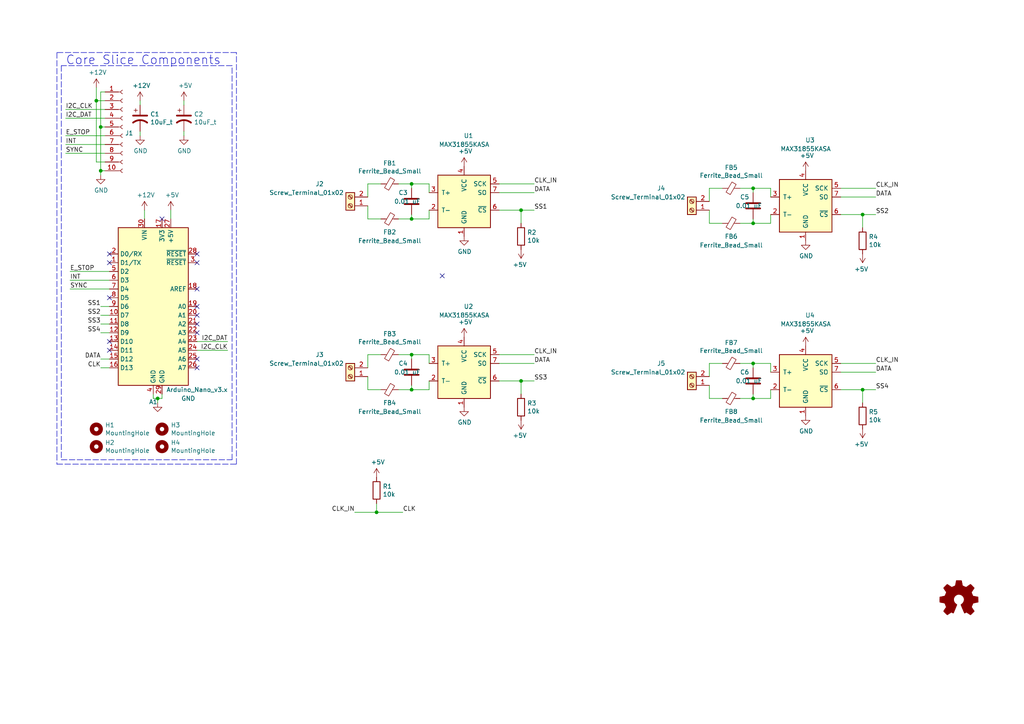
<source format=kicad_sch>
(kicad_sch (version 20211123) (generator eeschema)

  (uuid 0217dfc4-fc13-4699-99ad-d9948522648e)

  (paper "A4")

  (lib_symbols
    (symbol "BREAD_Slice-rescue:10uF_t-OCI_UPL_2_Capacitors" (pin_numbers hide) (pin_names (offset 0.254) hide) (in_bom yes) (on_board yes)
      (property "Reference" "C" (id 0) (at 0.635 2.54 0)
        (effects (font (size 1.27 1.27)) (justify left))
      )
      (property "Value" "10uF_t-OCI_UPL_2_Capacitors" (id 1) (at 0.635 -2.54 0)
        (effects (font (size 1.27 1.27)) (justify left))
      )
      (property "Footprint" "OCI_UPL_FOOTPRINTS:C_2312" (id 2) (at 0 -6.35 0)
        (effects (font (size 0.762 0.762)) hide)
      )
      (property "Datasheet" "https://www.digikey.com/short/qcd8n7" (id 3) (at 0 5.08 0)
        (effects (font (size 0.762 0.762)) hide)
      )
      (property "Part #" "T491C106K025AT" (id 4) (at 0 6.35 0)
        (effects (font (size 0.762 0.762)) hide)
      )
      (property "UPL #" "2.021" (id 5) (at 0 -5.08 0)
        (effects (font (size 0.762 0.762)) hide)
      )
      (property "ki_fp_filters" "SMD*_Pol c_elec* C*elec TantalC* Elko* CP*" (id 6) (at 0 0 0)
        (effects (font (size 1.27 1.27)) hide)
      )
      (symbol "10uF_t-OCI_UPL_2_Capacitors_0_1"
        (polyline
          (pts
            (xy -2.032 0.762)
            (xy 2.032 0.762)
          )
          (stroke (width 0.508) (type default) (color 0 0 0 0))
          (fill (type none))
        )
        (polyline
          (pts
            (xy -1.778 2.286)
            (xy -0.762 2.286)
          )
          (stroke (width 0) (type default) (color 0 0 0 0))
          (fill (type none))
        )
        (polyline
          (pts
            (xy -1.27 1.778)
            (xy -1.27 2.794)
          )
          (stroke (width 0) (type default) (color 0 0 0 0))
          (fill (type none))
        )
        (arc (start 2.032 -1.27) (mid 0 -0.5572) (end -2.032 -1.27)
          (stroke (width 0.508) (type default) (color 0 0 0 0))
          (fill (type none))
        )
      )
      (symbol "10uF_t-OCI_UPL_2_Capacitors_1_1"
        (pin passive line (at 0 3.81 270) (length 2.794)
          (name "~" (effects (font (size 1.016 1.016))))
          (number "1" (effects (font (size 1.016 1.016))))
        )
        (pin passive line (at 0 -3.81 90) (length 3.302)
          (name "~" (effects (font (size 1.016 1.016))))
          (number "2" (effects (font (size 1.016 1.016))))
        )
      )
    )
    (symbol "BREAD_Slice-rescue:Ferrite_Bead_Small-Device" (pin_numbers hide) (pin_names (offset 0)) (in_bom yes) (on_board yes)
      (property "Reference" "FB" (id 0) (at 1.905 1.27 0)
        (effects (font (size 1.27 1.27)) (justify left))
      )
      (property "Value" "Ferrite_Bead_Small-Device" (id 1) (at 1.905 -1.27 0)
        (effects (font (size 1.27 1.27)) (justify left))
      )
      (property "Footprint" "" (id 2) (at -1.778 0 90)
        (effects (font (size 1.27 1.27)) hide)
      )
      (property "Datasheet" "" (id 3) (at 0 0 0)
        (effects (font (size 1.27 1.27)) hide)
      )
      (property "ki_fp_filters" "Inductor_* L_* *Ferrite*" (id 4) (at 0 0 0)
        (effects (font (size 1.27 1.27)) hide)
      )
      (symbol "Ferrite_Bead_Small-Device_0_1"
        (polyline
          (pts
            (xy 0 -1.27)
            (xy 0 -0.7874)
          )
          (stroke (width 0) (type default) (color 0 0 0 0))
          (fill (type none))
        )
        (polyline
          (pts
            (xy 0 0.889)
            (xy 0 1.2954)
          )
          (stroke (width 0) (type default) (color 0 0 0 0))
          (fill (type none))
        )
        (polyline
          (pts
            (xy -1.8288 0.2794)
            (xy -1.1176 1.4986)
            (xy 1.8288 -0.2032)
            (xy 1.1176 -1.4224)
            (xy -1.8288 0.2794)
          )
          (stroke (width 0) (type default) (color 0 0 0 0))
          (fill (type none))
        )
      )
      (symbol "Ferrite_Bead_Small-Device_1_1"
        (pin passive line (at 0 2.54 270) (length 1.27)
          (name "~" (effects (font (size 1.27 1.27))))
          (number "1" (effects (font (size 1.27 1.27))))
        )
        (pin passive line (at 0 -2.54 90) (length 1.27)
          (name "~" (effects (font (size 1.27 1.27))))
          (number "2" (effects (font (size 1.27 1.27))))
        )
      )
    )
    (symbol "Connector:Conn_01x10_Female" (pin_names (offset 1.016) hide) (in_bom yes) (on_board yes)
      (property "Reference" "J" (id 0) (at 0 12.7 0)
        (effects (font (size 1.27 1.27)))
      )
      (property "Value" "Conn_01x10_Female" (id 1) (at 0 -15.24 0)
        (effects (font (size 1.27 1.27)))
      )
      (property "Footprint" "" (id 2) (at 0 0 0)
        (effects (font (size 1.27 1.27)) hide)
      )
      (property "Datasheet" "~" (id 3) (at 0 0 0)
        (effects (font (size 1.27 1.27)) hide)
      )
      (property "ki_keywords" "connector" (id 4) (at 0 0 0)
        (effects (font (size 1.27 1.27)) hide)
      )
      (property "ki_description" "Generic connector, single row, 01x10, script generated (kicad-library-utils/schlib/autogen/connector/)" (id 5) (at 0 0 0)
        (effects (font (size 1.27 1.27)) hide)
      )
      (property "ki_fp_filters" "Connector*:*_1x??_*" (id 6) (at 0 0 0)
        (effects (font (size 1.27 1.27)) hide)
      )
      (symbol "Conn_01x10_Female_1_1"
        (arc (start 0 -12.192) (mid -0.508 -12.7) (end 0 -13.208)
          (stroke (width 0.1524) (type default) (color 0 0 0 0))
          (fill (type none))
        )
        (arc (start 0 -9.652) (mid -0.508 -10.16) (end 0 -10.668)
          (stroke (width 0.1524) (type default) (color 0 0 0 0))
          (fill (type none))
        )
        (arc (start 0 -7.112) (mid -0.508 -7.62) (end 0 -8.128)
          (stroke (width 0.1524) (type default) (color 0 0 0 0))
          (fill (type none))
        )
        (arc (start 0 -4.572) (mid -0.508 -5.08) (end 0 -5.588)
          (stroke (width 0.1524) (type default) (color 0 0 0 0))
          (fill (type none))
        )
        (arc (start 0 -2.032) (mid -0.508 -2.54) (end 0 -3.048)
          (stroke (width 0.1524) (type default) (color 0 0 0 0))
          (fill (type none))
        )
        (polyline
          (pts
            (xy -1.27 -12.7)
            (xy -0.508 -12.7)
          )
          (stroke (width 0.1524) (type default) (color 0 0 0 0))
          (fill (type none))
        )
        (polyline
          (pts
            (xy -1.27 -10.16)
            (xy -0.508 -10.16)
          )
          (stroke (width 0.1524) (type default) (color 0 0 0 0))
          (fill (type none))
        )
        (polyline
          (pts
            (xy -1.27 -7.62)
            (xy -0.508 -7.62)
          )
          (stroke (width 0.1524) (type default) (color 0 0 0 0))
          (fill (type none))
        )
        (polyline
          (pts
            (xy -1.27 -5.08)
            (xy -0.508 -5.08)
          )
          (stroke (width 0.1524) (type default) (color 0 0 0 0))
          (fill (type none))
        )
        (polyline
          (pts
            (xy -1.27 -2.54)
            (xy -0.508 -2.54)
          )
          (stroke (width 0.1524) (type default) (color 0 0 0 0))
          (fill (type none))
        )
        (polyline
          (pts
            (xy -1.27 0)
            (xy -0.508 0)
          )
          (stroke (width 0.1524) (type default) (color 0 0 0 0))
          (fill (type none))
        )
        (polyline
          (pts
            (xy -1.27 2.54)
            (xy -0.508 2.54)
          )
          (stroke (width 0.1524) (type default) (color 0 0 0 0))
          (fill (type none))
        )
        (polyline
          (pts
            (xy -1.27 5.08)
            (xy -0.508 5.08)
          )
          (stroke (width 0.1524) (type default) (color 0 0 0 0))
          (fill (type none))
        )
        (polyline
          (pts
            (xy -1.27 7.62)
            (xy -0.508 7.62)
          )
          (stroke (width 0.1524) (type default) (color 0 0 0 0))
          (fill (type none))
        )
        (polyline
          (pts
            (xy -1.27 10.16)
            (xy -0.508 10.16)
          )
          (stroke (width 0.1524) (type default) (color 0 0 0 0))
          (fill (type none))
        )
        (arc (start 0 0.508) (mid -0.508 0) (end 0 -0.508)
          (stroke (width 0.1524) (type default) (color 0 0 0 0))
          (fill (type none))
        )
        (arc (start 0 3.048) (mid -0.508 2.54) (end 0 2.032)
          (stroke (width 0.1524) (type default) (color 0 0 0 0))
          (fill (type none))
        )
        (arc (start 0 5.588) (mid -0.508 5.08) (end 0 4.572)
          (stroke (width 0.1524) (type default) (color 0 0 0 0))
          (fill (type none))
        )
        (arc (start 0 8.128) (mid -0.508 7.62) (end 0 7.112)
          (stroke (width 0.1524) (type default) (color 0 0 0 0))
          (fill (type none))
        )
        (arc (start 0 10.668) (mid -0.508 10.16) (end 0 9.652)
          (stroke (width 0.1524) (type default) (color 0 0 0 0))
          (fill (type none))
        )
        (pin passive line (at -5.08 10.16 0) (length 3.81)
          (name "Pin_1" (effects (font (size 1.27 1.27))))
          (number "1" (effects (font (size 1.27 1.27))))
        )
        (pin passive line (at -5.08 -12.7 0) (length 3.81)
          (name "Pin_10" (effects (font (size 1.27 1.27))))
          (number "10" (effects (font (size 1.27 1.27))))
        )
        (pin passive line (at -5.08 7.62 0) (length 3.81)
          (name "Pin_2" (effects (font (size 1.27 1.27))))
          (number "2" (effects (font (size 1.27 1.27))))
        )
        (pin passive line (at -5.08 5.08 0) (length 3.81)
          (name "Pin_3" (effects (font (size 1.27 1.27))))
          (number "3" (effects (font (size 1.27 1.27))))
        )
        (pin passive line (at -5.08 2.54 0) (length 3.81)
          (name "Pin_4" (effects (font (size 1.27 1.27))))
          (number "4" (effects (font (size 1.27 1.27))))
        )
        (pin passive line (at -5.08 0 0) (length 3.81)
          (name "Pin_5" (effects (font (size 1.27 1.27))))
          (number "5" (effects (font (size 1.27 1.27))))
        )
        (pin passive line (at -5.08 -2.54 0) (length 3.81)
          (name "Pin_6" (effects (font (size 1.27 1.27))))
          (number "6" (effects (font (size 1.27 1.27))))
        )
        (pin passive line (at -5.08 -5.08 0) (length 3.81)
          (name "Pin_7" (effects (font (size 1.27 1.27))))
          (number "7" (effects (font (size 1.27 1.27))))
        )
        (pin passive line (at -5.08 -7.62 0) (length 3.81)
          (name "Pin_8" (effects (font (size 1.27 1.27))))
          (number "8" (effects (font (size 1.27 1.27))))
        )
        (pin passive line (at -5.08 -10.16 0) (length 3.81)
          (name "Pin_9" (effects (font (size 1.27 1.27))))
          (number "9" (effects (font (size 1.27 1.27))))
        )
      )
    )
    (symbol "Connector:Screw_Terminal_01x02" (pin_names (offset 1.016) hide) (in_bom yes) (on_board yes)
      (property "Reference" "J" (id 0) (at 0 2.54 0)
        (effects (font (size 1.27 1.27)))
      )
      (property "Value" "Screw_Terminal_01x02" (id 1) (at 0 -5.08 0)
        (effects (font (size 1.27 1.27)))
      )
      (property "Footprint" "" (id 2) (at 0 0 0)
        (effects (font (size 1.27 1.27)) hide)
      )
      (property "Datasheet" "~" (id 3) (at 0 0 0)
        (effects (font (size 1.27 1.27)) hide)
      )
      (property "ki_keywords" "screw terminal" (id 4) (at 0 0 0)
        (effects (font (size 1.27 1.27)) hide)
      )
      (property "ki_description" "Generic screw terminal, single row, 01x02, script generated (kicad-library-utils/schlib/autogen/connector/)" (id 5) (at 0 0 0)
        (effects (font (size 1.27 1.27)) hide)
      )
      (property "ki_fp_filters" "TerminalBlock*:*" (id 6) (at 0 0 0)
        (effects (font (size 1.27 1.27)) hide)
      )
      (symbol "Screw_Terminal_01x02_1_1"
        (rectangle (start -1.27 1.27) (end 1.27 -3.81)
          (stroke (width 0.254) (type default) (color 0 0 0 0))
          (fill (type background))
        )
        (circle (center 0 -2.54) (radius 0.635)
          (stroke (width 0.1524) (type default) (color 0 0 0 0))
          (fill (type none))
        )
        (polyline
          (pts
            (xy -0.5334 -2.2098)
            (xy 0.3302 -3.048)
          )
          (stroke (width 0.1524) (type default) (color 0 0 0 0))
          (fill (type none))
        )
        (polyline
          (pts
            (xy -0.5334 0.3302)
            (xy 0.3302 -0.508)
          )
          (stroke (width 0.1524) (type default) (color 0 0 0 0))
          (fill (type none))
        )
        (polyline
          (pts
            (xy -0.3556 -2.032)
            (xy 0.508 -2.8702)
          )
          (stroke (width 0.1524) (type default) (color 0 0 0 0))
          (fill (type none))
        )
        (polyline
          (pts
            (xy -0.3556 0.508)
            (xy 0.508 -0.3302)
          )
          (stroke (width 0.1524) (type default) (color 0 0 0 0))
          (fill (type none))
        )
        (circle (center 0 0) (radius 0.635)
          (stroke (width 0.1524) (type default) (color 0 0 0 0))
          (fill (type none))
        )
        (pin passive line (at -5.08 0 0) (length 3.81)
          (name "Pin_1" (effects (font (size 1.27 1.27))))
          (number "1" (effects (font (size 1.27 1.27))))
        )
        (pin passive line (at -5.08 -2.54 0) (length 3.81)
          (name "Pin_2" (effects (font (size 1.27 1.27))))
          (number "2" (effects (font (size 1.27 1.27))))
        )
      )
    )
    (symbol "Device:C" (pin_numbers hide) (pin_names (offset 0.254)) (in_bom yes) (on_board yes)
      (property "Reference" "C" (id 0) (at 0.635 2.54 0)
        (effects (font (size 1.27 1.27)) (justify left))
      )
      (property "Value" "C" (id 1) (at 0.635 -2.54 0)
        (effects (font (size 1.27 1.27)) (justify left))
      )
      (property "Footprint" "" (id 2) (at 0.9652 -3.81 0)
        (effects (font (size 1.27 1.27)) hide)
      )
      (property "Datasheet" "~" (id 3) (at 0 0 0)
        (effects (font (size 1.27 1.27)) hide)
      )
      (property "ki_keywords" "cap capacitor" (id 4) (at 0 0 0)
        (effects (font (size 1.27 1.27)) hide)
      )
      (property "ki_description" "Unpolarized capacitor" (id 5) (at 0 0 0)
        (effects (font (size 1.27 1.27)) hide)
      )
      (property "ki_fp_filters" "C_*" (id 6) (at 0 0 0)
        (effects (font (size 1.27 1.27)) hide)
      )
      (symbol "C_0_1"
        (polyline
          (pts
            (xy -2.032 -0.762)
            (xy 2.032 -0.762)
          )
          (stroke (width 0.508) (type default) (color 0 0 0 0))
          (fill (type none))
        )
        (polyline
          (pts
            (xy -2.032 0.762)
            (xy 2.032 0.762)
          )
          (stroke (width 0.508) (type default) (color 0 0 0 0))
          (fill (type none))
        )
      )
      (symbol "C_1_1"
        (pin passive line (at 0 3.81 270) (length 2.794)
          (name "~" (effects (font (size 1.27 1.27))))
          (number "1" (effects (font (size 1.27 1.27))))
        )
        (pin passive line (at 0 -3.81 90) (length 2.794)
          (name "~" (effects (font (size 1.27 1.27))))
          (number "2" (effects (font (size 1.27 1.27))))
        )
      )
    )
    (symbol "Device:R" (pin_numbers hide) (pin_names (offset 0)) (in_bom yes) (on_board yes)
      (property "Reference" "R" (id 0) (at 2.032 0 90)
        (effects (font (size 1.27 1.27)))
      )
      (property "Value" "R" (id 1) (at 0 0 90)
        (effects (font (size 1.27 1.27)))
      )
      (property "Footprint" "" (id 2) (at -1.778 0 90)
        (effects (font (size 1.27 1.27)) hide)
      )
      (property "Datasheet" "~" (id 3) (at 0 0 0)
        (effects (font (size 1.27 1.27)) hide)
      )
      (property "ki_keywords" "R res resistor" (id 4) (at 0 0 0)
        (effects (font (size 1.27 1.27)) hide)
      )
      (property "ki_description" "Resistor" (id 5) (at 0 0 0)
        (effects (font (size 1.27 1.27)) hide)
      )
      (property "ki_fp_filters" "R_*" (id 6) (at 0 0 0)
        (effects (font (size 1.27 1.27)) hide)
      )
      (symbol "R_0_1"
        (rectangle (start -1.016 -2.54) (end 1.016 2.54)
          (stroke (width 0.254) (type default) (color 0 0 0 0))
          (fill (type none))
        )
      )
      (symbol "R_1_1"
        (pin passive line (at 0 3.81 270) (length 1.27)
          (name "~" (effects (font (size 1.27 1.27))))
          (number "1" (effects (font (size 1.27 1.27))))
        )
        (pin passive line (at 0 -3.81 90) (length 1.27)
          (name "~" (effects (font (size 1.27 1.27))))
          (number "2" (effects (font (size 1.27 1.27))))
        )
      )
    )
    (symbol "Graphic:Logo_Open_Hardware_Small" (pin_names (offset 1.016)) (in_bom yes) (on_board yes)
      (property "Reference" "#LOGO" (id 0) (at 0 6.985 0)
        (effects (font (size 1.27 1.27)) hide)
      )
      (property "Value" "Logo_Open_Hardware_Small" (id 1) (at 0 -5.715 0)
        (effects (font (size 1.27 1.27)) hide)
      )
      (property "Footprint" "" (id 2) (at 0 0 0)
        (effects (font (size 1.27 1.27)) hide)
      )
      (property "Datasheet" "~" (id 3) (at 0 0 0)
        (effects (font (size 1.27 1.27)) hide)
      )
      (property "ki_keywords" "Logo" (id 4) (at 0 0 0)
        (effects (font (size 1.27 1.27)) hide)
      )
      (property "ki_description" "Open Hardware logo, small" (id 5) (at 0 0 0)
        (effects (font (size 1.27 1.27)) hide)
      )
      (symbol "Logo_Open_Hardware_Small_0_1"
        (polyline
          (pts
            (xy 3.3528 -4.3434)
            (xy 3.302 -4.318)
            (xy 3.175 -4.2418)
            (xy 2.9972 -4.1148)
            (xy 2.7686 -3.9624)
            (xy 2.54 -3.81)
            (xy 2.3622 -3.7084)
            (xy 2.2352 -3.6068)
            (xy 2.1844 -3.5814)
            (xy 2.159 -3.6068)
            (xy 2.0574 -3.6576)
            (xy 1.905 -3.7338)
            (xy 1.8034 -3.7846)
            (xy 1.6764 -3.8354)
            (xy 1.6002 -3.8354)
            (xy 1.6002 -3.8354)
            (xy 1.5494 -3.7338)
            (xy 1.4732 -3.5306)
            (xy 1.3462 -3.302)
            (xy 1.2446 -3.0226)
            (xy 1.1176 -2.7178)
            (xy 0.9652 -2.413)
            (xy 0.8636 -2.1082)
            (xy 0.7366 -1.8288)
            (xy 0.6604 -1.6256)
            (xy 0.6096 -1.4732)
            (xy 0.5842 -1.397)
            (xy 0.5842 -1.397)
            (xy 0.6604 -1.3208)
            (xy 0.7874 -1.2446)
            (xy 1.0414 -1.016)
            (xy 1.2954 -0.6858)
            (xy 1.4478 -0.3302)
            (xy 1.524 0.0762)
            (xy 1.4732 0.4572)
            (xy 1.3208 0.8128)
            (xy 1.0668 1.143)
            (xy 0.762 1.3716)
            (xy 0.4064 1.524)
            (xy 0 1.5748)
            (xy -0.381 1.5494)
            (xy -0.7366 1.397)
            (xy -1.0668 1.143)
            (xy -1.2192 0.9906)
            (xy -1.397 0.6604)
            (xy -1.524 0.3048)
            (xy -1.524 0.2286)
            (xy -1.4986 -0.1778)
            (xy -1.397 -0.5334)
            (xy -1.1938 -0.8636)
            (xy -0.9144 -1.143)
            (xy -0.8636 -1.1684)
            (xy -0.7366 -1.27)
            (xy -0.635 -1.3462)
            (xy -0.5842 -1.397)
            (xy -1.0668 -2.5908)
            (xy -1.143 -2.794)
            (xy -1.2954 -3.1242)
            (xy -1.397 -3.4036)
            (xy -1.4986 -3.6322)
            (xy -1.5748 -3.7846)
            (xy -1.6002 -3.8354)
            (xy -1.6002 -3.8354)
            (xy -1.651 -3.8354)
            (xy -1.7272 -3.81)
            (xy -1.905 -3.7338)
            (xy -2.0066 -3.683)
            (xy -2.1336 -3.6068)
            (xy -2.2098 -3.5814)
            (xy -2.2606 -3.6068)
            (xy -2.3622 -3.683)
            (xy -2.54 -3.81)
            (xy -2.7686 -3.9624)
            (xy -2.9718 -4.0894)
            (xy -3.1496 -4.2164)
            (xy -3.302 -4.318)
            (xy -3.3528 -4.3434)
            (xy -3.3782 -4.3434)
            (xy -3.429 -4.318)
            (xy -3.5306 -4.2164)
            (xy -3.7084 -4.064)
            (xy -3.937 -3.8354)
            (xy -3.9624 -3.81)
            (xy -4.1656 -3.6068)
            (xy -4.318 -3.4544)
            (xy -4.4196 -3.3274)
            (xy -4.445 -3.2766)
            (xy -4.445 -3.2766)
            (xy -4.4196 -3.2258)
            (xy -4.318 -3.0734)
            (xy -4.2164 -2.8956)
            (xy -4.064 -2.667)
            (xy -3.6576 -2.0828)
            (xy -3.8862 -1.5494)
            (xy -3.937 -1.3716)
            (xy -4.0386 -1.1684)
            (xy -4.0894 -1.0414)
            (xy -4.1148 -0.9652)
            (xy -4.191 -0.9398)
            (xy -4.318 -0.9144)
            (xy -4.5466 -0.8636)
            (xy -4.8006 -0.8128)
            (xy -5.0546 -0.7874)
            (xy -5.2578 -0.7366)
            (xy -5.4356 -0.7112)
            (xy -5.5118 -0.6858)
            (xy -5.5118 -0.6858)
            (xy -5.5372 -0.635)
            (xy -5.5372 -0.5588)
            (xy -5.5372 -0.4318)
            (xy -5.5626 -0.2286)
            (xy -5.5626 0.0762)
            (xy -5.5626 0.127)
            (xy -5.5372 0.4064)
            (xy -5.5372 0.635)
            (xy -5.5372 0.762)
            (xy -5.5372 0.8382)
            (xy -5.5372 0.8382)
            (xy -5.461 0.8382)
            (xy -5.3086 0.889)
            (xy -5.08 0.9144)
            (xy -4.826 0.9652)
            (xy -4.8006 0.9906)
            (xy -4.5466 1.0414)
            (xy -4.318 1.0668)
            (xy -4.1656 1.1176)
            (xy -4.0894 1.143)
            (xy -4.0894 1.143)
            (xy -4.0386 1.2446)
            (xy -3.9624 1.4224)
            (xy -3.8608 1.6256)
            (xy -3.7846 1.8288)
            (xy -3.7084 2.0066)
            (xy -3.6576 2.159)
            (xy -3.6322 2.2098)
            (xy -3.6322 2.2098)
            (xy -3.683 2.286)
            (xy -3.7592 2.413)
            (xy -3.8862 2.5908)
            (xy -4.064 2.8194)
            (xy -4.064 2.8448)
            (xy -4.2164 3.0734)
            (xy -4.3434 3.2512)
            (xy -4.4196 3.3782)
            (xy -4.445 3.4544)
            (xy -4.445 3.4544)
            (xy -4.3942 3.5052)
            (xy -4.2926 3.6322)
            (xy -4.1148 3.81)
            (xy -3.937 4.0132)
            (xy -3.8608 4.064)
            (xy -3.6576 4.2926)
            (xy -3.5052 4.4196)
            (xy -3.4036 4.4958)
            (xy -3.3528 4.5212)
            (xy -3.3528 4.5212)
            (xy -3.302 4.4704)
            (xy -3.1496 4.3688)
            (xy -2.9718 4.2418)
            (xy -2.7432 4.0894)
            (xy -2.7178 4.0894)
            (xy -2.4892 3.937)
            (xy -2.3114 3.81)
            (xy -2.1844 3.7084)
            (xy -2.1336 3.683)
            (xy -2.1082 3.683)
            (xy -2.032 3.7084)
            (xy -1.8542 3.7592)
            (xy -1.6764 3.8354)
            (xy -1.4732 3.937)
            (xy -1.27 4.0132)
            (xy -1.143 4.064)
            (xy -1.0668 4.1148)
            (xy -1.0668 4.1148)
            (xy -1.0414 4.191)
            (xy -1.016 4.3434)
            (xy -0.9652 4.572)
            (xy -0.9144 4.8514)
            (xy -0.889 4.9022)
            (xy -0.8382 5.1562)
            (xy -0.8128 5.3848)
            (xy -0.7874 5.5372)
            (xy -0.762 5.588)
            (xy -0.7112 5.6134)
            (xy -0.5842 5.6134)
            (xy -0.4064 5.6134)
            (xy -0.1524 5.6134)
            (xy 0.0762 5.6134)
            (xy 0.3302 5.6134)
            (xy 0.5334 5.6134)
            (xy 0.6858 5.588)
            (xy 0.7366 5.588)
            (xy 0.7366 5.588)
            (xy 0.762 5.5118)
            (xy 0.8128 5.334)
            (xy 0.8382 5.1054)
            (xy 0.9144 4.826)
            (xy 0.9144 4.7752)
            (xy 0.9652 4.5212)
            (xy 1.016 4.2926)
            (xy 1.0414 4.1402)
            (xy 1.0668 4.0894)
            (xy 1.0668 4.0894)
            (xy 1.1938 4.0386)
            (xy 1.3716 3.9624)
            (xy 1.5748 3.8608)
            (xy 2.0828 3.6576)
            (xy 2.7178 4.0894)
            (xy 2.7686 4.1402)
            (xy 2.9972 4.2926)
            (xy 3.175 4.4196)
            (xy 3.302 4.4958)
            (xy 3.3782 4.5212)
            (xy 3.3782 4.5212)
            (xy 3.429 4.4704)
            (xy 3.556 4.3434)
            (xy 3.7338 4.191)
            (xy 3.9116 3.9878)
            (xy 4.064 3.8354)
            (xy 4.2418 3.6576)
            (xy 4.3434 3.556)
            (xy 4.4196 3.4798)
            (xy 4.4196 3.429)
            (xy 4.4196 3.4036)
            (xy 4.3942 3.3274)
            (xy 4.2926 3.2004)
            (xy 4.1656 2.9972)
            (xy 4.0132 2.794)
            (xy 3.8862 2.5908)
            (xy 3.7592 2.3876)
            (xy 3.6576 2.2352)
            (xy 3.6322 2.159)
            (xy 3.6322 2.1336)
            (xy 3.683 2.0066)
            (xy 3.7592 1.8288)
            (xy 3.8608 1.6002)
            (xy 4.064 1.1176)
            (xy 4.3942 1.0414)
            (xy 4.5974 1.016)
            (xy 4.8768 0.9652)
            (xy 5.1308 0.9144)
            (xy 5.5372 0.8382)
            (xy 5.5626 -0.6604)
            (xy 5.4864 -0.6858)
            (xy 5.4356 -0.6858)
            (xy 5.2832 -0.7366)
            (xy 5.0546 -0.762)
            (xy 4.8006 -0.8128)
            (xy 4.5974 -0.8636)
            (xy 4.3688 -0.9144)
            (xy 4.2164 -0.9398)
            (xy 4.1402 -0.9398)
            (xy 4.1148 -0.9652)
            (xy 4.064 -1.0668)
            (xy 3.9878 -1.2446)
            (xy 3.9116 -1.4478)
            (xy 3.81 -1.651)
            (xy 3.7338 -1.8542)
            (xy 3.683 -2.0066)
            (xy 3.6576 -2.0828)
            (xy 3.683 -2.1336)
            (xy 3.7846 -2.2606)
            (xy 3.8862 -2.4638)
            (xy 4.0386 -2.667)
            (xy 4.191 -2.8956)
            (xy 4.318 -3.0734)
            (xy 4.3942 -3.2004)
            (xy 4.445 -3.2766)
            (xy 4.4196 -3.3274)
            (xy 4.3434 -3.429)
            (xy 4.1656 -3.5814)
            (xy 3.937 -3.8354)
            (xy 3.8862 -3.8608)
            (xy 3.683 -4.064)
            (xy 3.5306 -4.2164)
            (xy 3.4036 -4.318)
            (xy 3.3528 -4.3434)
          )
          (stroke (width 0) (type default) (color 0 0 0 0))
          (fill (type outline))
        )
      )
    )
    (symbol "MCU_Module:Arduino_Nano_v3.x" (in_bom yes) (on_board yes)
      (property "Reference" "A" (id 0) (at -10.16 23.495 0)
        (effects (font (size 1.27 1.27)) (justify left bottom))
      )
      (property "Value" "Arduino_Nano_v3.x" (id 1) (at 5.08 -24.13 0)
        (effects (font (size 1.27 1.27)) (justify left top))
      )
      (property "Footprint" "Module:Arduino_Nano" (id 2) (at 0 0 0)
        (effects (font (size 1.27 1.27) italic) hide)
      )
      (property "Datasheet" "http://www.mouser.com/pdfdocs/Gravitech_Arduino_Nano3_0.pdf" (id 3) (at 0 0 0)
        (effects (font (size 1.27 1.27)) hide)
      )
      (property "ki_keywords" "Arduino nano microcontroller module USB" (id 4) (at 0 0 0)
        (effects (font (size 1.27 1.27)) hide)
      )
      (property "ki_description" "Arduino Nano v3.x" (id 5) (at 0 0 0)
        (effects (font (size 1.27 1.27)) hide)
      )
      (property "ki_fp_filters" "Arduino*Nano*" (id 6) (at 0 0 0)
        (effects (font (size 1.27 1.27)) hide)
      )
      (symbol "Arduino_Nano_v3.x_0_1"
        (rectangle (start -10.16 22.86) (end 10.16 -22.86)
          (stroke (width 0.254) (type default) (color 0 0 0 0))
          (fill (type background))
        )
      )
      (symbol "Arduino_Nano_v3.x_1_1"
        (pin bidirectional line (at -12.7 12.7 0) (length 2.54)
          (name "D1/TX" (effects (font (size 1.27 1.27))))
          (number "1" (effects (font (size 1.27 1.27))))
        )
        (pin bidirectional line (at -12.7 -2.54 0) (length 2.54)
          (name "D7" (effects (font (size 1.27 1.27))))
          (number "10" (effects (font (size 1.27 1.27))))
        )
        (pin bidirectional line (at -12.7 -5.08 0) (length 2.54)
          (name "D8" (effects (font (size 1.27 1.27))))
          (number "11" (effects (font (size 1.27 1.27))))
        )
        (pin bidirectional line (at -12.7 -7.62 0) (length 2.54)
          (name "D9" (effects (font (size 1.27 1.27))))
          (number "12" (effects (font (size 1.27 1.27))))
        )
        (pin bidirectional line (at -12.7 -10.16 0) (length 2.54)
          (name "D10" (effects (font (size 1.27 1.27))))
          (number "13" (effects (font (size 1.27 1.27))))
        )
        (pin bidirectional line (at -12.7 -12.7 0) (length 2.54)
          (name "D11" (effects (font (size 1.27 1.27))))
          (number "14" (effects (font (size 1.27 1.27))))
        )
        (pin bidirectional line (at -12.7 -15.24 0) (length 2.54)
          (name "D12" (effects (font (size 1.27 1.27))))
          (number "15" (effects (font (size 1.27 1.27))))
        )
        (pin bidirectional line (at -12.7 -17.78 0) (length 2.54)
          (name "D13" (effects (font (size 1.27 1.27))))
          (number "16" (effects (font (size 1.27 1.27))))
        )
        (pin power_out line (at 2.54 25.4 270) (length 2.54)
          (name "3V3" (effects (font (size 1.27 1.27))))
          (number "17" (effects (font (size 1.27 1.27))))
        )
        (pin input line (at 12.7 5.08 180) (length 2.54)
          (name "AREF" (effects (font (size 1.27 1.27))))
          (number "18" (effects (font (size 1.27 1.27))))
        )
        (pin bidirectional line (at 12.7 0 180) (length 2.54)
          (name "A0" (effects (font (size 1.27 1.27))))
          (number "19" (effects (font (size 1.27 1.27))))
        )
        (pin bidirectional line (at -12.7 15.24 0) (length 2.54)
          (name "D0/RX" (effects (font (size 1.27 1.27))))
          (number "2" (effects (font (size 1.27 1.27))))
        )
        (pin bidirectional line (at 12.7 -2.54 180) (length 2.54)
          (name "A1" (effects (font (size 1.27 1.27))))
          (number "20" (effects (font (size 1.27 1.27))))
        )
        (pin bidirectional line (at 12.7 -5.08 180) (length 2.54)
          (name "A2" (effects (font (size 1.27 1.27))))
          (number "21" (effects (font (size 1.27 1.27))))
        )
        (pin bidirectional line (at 12.7 -7.62 180) (length 2.54)
          (name "A3" (effects (font (size 1.27 1.27))))
          (number "22" (effects (font (size 1.27 1.27))))
        )
        (pin bidirectional line (at 12.7 -10.16 180) (length 2.54)
          (name "A4" (effects (font (size 1.27 1.27))))
          (number "23" (effects (font (size 1.27 1.27))))
        )
        (pin bidirectional line (at 12.7 -12.7 180) (length 2.54)
          (name "A5" (effects (font (size 1.27 1.27))))
          (number "24" (effects (font (size 1.27 1.27))))
        )
        (pin bidirectional line (at 12.7 -15.24 180) (length 2.54)
          (name "A6" (effects (font (size 1.27 1.27))))
          (number "25" (effects (font (size 1.27 1.27))))
        )
        (pin bidirectional line (at 12.7 -17.78 180) (length 2.54)
          (name "A7" (effects (font (size 1.27 1.27))))
          (number "26" (effects (font (size 1.27 1.27))))
        )
        (pin power_out line (at 5.08 25.4 270) (length 2.54)
          (name "+5V" (effects (font (size 1.27 1.27))))
          (number "27" (effects (font (size 1.27 1.27))))
        )
        (pin input line (at 12.7 15.24 180) (length 2.54)
          (name "~{RESET}" (effects (font (size 1.27 1.27))))
          (number "28" (effects (font (size 1.27 1.27))))
        )
        (pin power_in line (at 2.54 -25.4 90) (length 2.54)
          (name "GND" (effects (font (size 1.27 1.27))))
          (number "29" (effects (font (size 1.27 1.27))))
        )
        (pin input line (at 12.7 12.7 180) (length 2.54)
          (name "~{RESET}" (effects (font (size 1.27 1.27))))
          (number "3" (effects (font (size 1.27 1.27))))
        )
        (pin power_in line (at -2.54 25.4 270) (length 2.54)
          (name "VIN" (effects (font (size 1.27 1.27))))
          (number "30" (effects (font (size 1.27 1.27))))
        )
        (pin power_in line (at 0 -25.4 90) (length 2.54)
          (name "GND" (effects (font (size 1.27 1.27))))
          (number "4" (effects (font (size 1.27 1.27))))
        )
        (pin bidirectional line (at -12.7 10.16 0) (length 2.54)
          (name "D2" (effects (font (size 1.27 1.27))))
          (number "5" (effects (font (size 1.27 1.27))))
        )
        (pin bidirectional line (at -12.7 7.62 0) (length 2.54)
          (name "D3" (effects (font (size 1.27 1.27))))
          (number "6" (effects (font (size 1.27 1.27))))
        )
        (pin bidirectional line (at -12.7 5.08 0) (length 2.54)
          (name "D4" (effects (font (size 1.27 1.27))))
          (number "7" (effects (font (size 1.27 1.27))))
        )
        (pin bidirectional line (at -12.7 2.54 0) (length 2.54)
          (name "D5" (effects (font (size 1.27 1.27))))
          (number "8" (effects (font (size 1.27 1.27))))
        )
        (pin bidirectional line (at -12.7 0 0) (length 2.54)
          (name "D6" (effects (font (size 1.27 1.27))))
          (number "9" (effects (font (size 1.27 1.27))))
        )
      )
    )
    (symbol "Mechanical:MountingHole" (pin_names (offset 1.016)) (in_bom yes) (on_board yes)
      (property "Reference" "H" (id 0) (at 0 5.08 0)
        (effects (font (size 1.27 1.27)))
      )
      (property "Value" "MountingHole" (id 1) (at 0 3.175 0)
        (effects (font (size 1.27 1.27)))
      )
      (property "Footprint" "" (id 2) (at 0 0 0)
        (effects (font (size 1.27 1.27)) hide)
      )
      (property "Datasheet" "~" (id 3) (at 0 0 0)
        (effects (font (size 1.27 1.27)) hide)
      )
      (property "ki_keywords" "mounting hole" (id 4) (at 0 0 0)
        (effects (font (size 1.27 1.27)) hide)
      )
      (property "ki_description" "Mounting Hole without connection" (id 5) (at 0 0 0)
        (effects (font (size 1.27 1.27)) hide)
      )
      (property "ki_fp_filters" "MountingHole*" (id 6) (at 0 0 0)
        (effects (font (size 1.27 1.27)) hide)
      )
      (symbol "MountingHole_0_1"
        (circle (center 0 0) (radius 1.27)
          (stroke (width 1.27) (type default) (color 0 0 0 0))
          (fill (type none))
        )
      )
    )
    (symbol "Sensor_Temperature:MAX31855KASA" (pin_names (offset 1.016)) (in_bom yes) (on_board yes)
      (property "Reference" "U" (id 0) (at -7.62 8.89 0)
        (effects (font (size 1.27 1.27)) (justify left))
      )
      (property "Value" "MAX31855KASA" (id 1) (at 1.27 8.89 0)
        (effects (font (size 1.27 1.27)) (justify left))
      )
      (property "Footprint" "Package_SO:SOIC-8_3.9x4.9mm_P1.27mm" (id 2) (at 25.4 -8.89 0)
        (effects (font (size 1.27 1.27) italic) hide)
      )
      (property "Datasheet" "http://datasheets.maximintegrated.com/en/ds/MAX31855.pdf" (id 3) (at 0 0 0)
        (effects (font (size 1.27 1.27)) hide)
      )
      (property "ki_keywords" "Cold Junction Termocouple Interface SPI" (id 4) (at 0 0 0)
        (effects (font (size 1.27 1.27)) hide)
      )
      (property "ki_description" "Cold Junction K-type Termocouple Interface, SPI, SO8" (id 5) (at 0 0 0)
        (effects (font (size 1.27 1.27)) hide)
      )
      (property "ki_fp_filters" "SOIC*3.9x4.9mm*P1.27mm*" (id 6) (at 0 0 0)
        (effects (font (size 1.27 1.27)) hide)
      )
      (symbol "MAX31855KASA_0_1"
        (rectangle (start -7.62 7.62) (end 7.62 -7.62)
          (stroke (width 0.254) (type default) (color 0 0 0 0))
          (fill (type background))
        )
      )
      (symbol "MAX31855KASA_1_1"
        (pin power_in line (at 0 -10.16 90) (length 2.54)
          (name "GND" (effects (font (size 1.27 1.27))))
          (number "1" (effects (font (size 1.27 1.27))))
        )
        (pin passive line (at -10.16 -2.54 0) (length 2.54)
          (name "T-" (effects (font (size 1.27 1.27))))
          (number "2" (effects (font (size 1.27 1.27))))
        )
        (pin passive line (at -10.16 2.54 0) (length 2.54)
          (name "T+" (effects (font (size 1.27 1.27))))
          (number "3" (effects (font (size 1.27 1.27))))
        )
        (pin power_in line (at 0 10.16 270) (length 2.54)
          (name "VCC" (effects (font (size 1.27 1.27))))
          (number "4" (effects (font (size 1.27 1.27))))
        )
        (pin input line (at 10.16 5.08 180) (length 2.54)
          (name "SCK" (effects (font (size 1.27 1.27))))
          (number "5" (effects (font (size 1.27 1.27))))
        )
        (pin input line (at 10.16 -2.54 180) (length 2.54)
          (name "~{CS}" (effects (font (size 1.27 1.27))))
          (number "6" (effects (font (size 1.27 1.27))))
        )
        (pin tri_state line (at 10.16 2.54 180) (length 2.54)
          (name "SO" (effects (font (size 1.27 1.27))))
          (number "7" (effects (font (size 1.27 1.27))))
        )
      )
    )
    (symbol "power:+12V" (power) (pin_names (offset 0)) (in_bom yes) (on_board yes)
      (property "Reference" "#PWR" (id 0) (at 0 -3.81 0)
        (effects (font (size 1.27 1.27)) hide)
      )
      (property "Value" "+12V" (id 1) (at 0 3.556 0)
        (effects (font (size 1.27 1.27)))
      )
      (property "Footprint" "" (id 2) (at 0 0 0)
        (effects (font (size 1.27 1.27)) hide)
      )
      (property "Datasheet" "" (id 3) (at 0 0 0)
        (effects (font (size 1.27 1.27)) hide)
      )
      (property "ki_keywords" "global power" (id 4) (at 0 0 0)
        (effects (font (size 1.27 1.27)) hide)
      )
      (property "ki_description" "Power symbol creates a global label with name \"+12V\"" (id 5) (at 0 0 0)
        (effects (font (size 1.27 1.27)) hide)
      )
      (symbol "+12V_0_1"
        (polyline
          (pts
            (xy -0.762 1.27)
            (xy 0 2.54)
          )
          (stroke (width 0) (type default) (color 0 0 0 0))
          (fill (type none))
        )
        (polyline
          (pts
            (xy 0 0)
            (xy 0 2.54)
          )
          (stroke (width 0) (type default) (color 0 0 0 0))
          (fill (type none))
        )
        (polyline
          (pts
            (xy 0 2.54)
            (xy 0.762 1.27)
          )
          (stroke (width 0) (type default) (color 0 0 0 0))
          (fill (type none))
        )
      )
      (symbol "+12V_1_1"
        (pin power_in line (at 0 0 90) (length 0) hide
          (name "+12V" (effects (font (size 1.27 1.27))))
          (number "1" (effects (font (size 1.27 1.27))))
        )
      )
    )
    (symbol "power:+5V" (power) (pin_names (offset 0)) (in_bom yes) (on_board yes)
      (property "Reference" "#PWR" (id 0) (at 0 -3.81 0)
        (effects (font (size 1.27 1.27)) hide)
      )
      (property "Value" "+5V" (id 1) (at 0 3.556 0)
        (effects (font (size 1.27 1.27)))
      )
      (property "Footprint" "" (id 2) (at 0 0 0)
        (effects (font (size 1.27 1.27)) hide)
      )
      (property "Datasheet" "" (id 3) (at 0 0 0)
        (effects (font (size 1.27 1.27)) hide)
      )
      (property "ki_keywords" "global power" (id 4) (at 0 0 0)
        (effects (font (size 1.27 1.27)) hide)
      )
      (property "ki_description" "Power symbol creates a global label with name \"+5V\"" (id 5) (at 0 0 0)
        (effects (font (size 1.27 1.27)) hide)
      )
      (symbol "+5V_0_1"
        (polyline
          (pts
            (xy -0.762 1.27)
            (xy 0 2.54)
          )
          (stroke (width 0) (type default) (color 0 0 0 0))
          (fill (type none))
        )
        (polyline
          (pts
            (xy 0 0)
            (xy 0 2.54)
          )
          (stroke (width 0) (type default) (color 0 0 0 0))
          (fill (type none))
        )
        (polyline
          (pts
            (xy 0 2.54)
            (xy 0.762 1.27)
          )
          (stroke (width 0) (type default) (color 0 0 0 0))
          (fill (type none))
        )
      )
      (symbol "+5V_1_1"
        (pin power_in line (at 0 0 90) (length 0) hide
          (name "+5V" (effects (font (size 1.27 1.27))))
          (number "1" (effects (font (size 1.27 1.27))))
        )
      )
    )
    (symbol "power:GND" (power) (pin_names (offset 0)) (in_bom yes) (on_board yes)
      (property "Reference" "#PWR" (id 0) (at 0 -6.35 0)
        (effects (font (size 1.27 1.27)) hide)
      )
      (property "Value" "GND" (id 1) (at 0 -3.81 0)
        (effects (font (size 1.27 1.27)))
      )
      (property "Footprint" "" (id 2) (at 0 0 0)
        (effects (font (size 1.27 1.27)) hide)
      )
      (property "Datasheet" "" (id 3) (at 0 0 0)
        (effects (font (size 1.27 1.27)) hide)
      )
      (property "ki_keywords" "global power" (id 4) (at 0 0 0)
        (effects (font (size 1.27 1.27)) hide)
      )
      (property "ki_description" "Power symbol creates a global label with name \"GND\" , ground" (id 5) (at 0 0 0)
        (effects (font (size 1.27 1.27)) hide)
      )
      (symbol "GND_0_1"
        (polyline
          (pts
            (xy 0 0)
            (xy 0 -1.27)
            (xy 1.27 -1.27)
            (xy 0 -2.54)
            (xy -1.27 -1.27)
            (xy 0 -1.27)
          )
          (stroke (width 0) (type default) (color 0 0 0 0))
          (fill (type none))
        )
      )
      (symbol "GND_1_1"
        (pin power_in line (at 0 0 270) (length 0) hide
          (name "GND" (effects (font (size 1.27 1.27))))
          (number "1" (effects (font (size 1.27 1.27))))
        )
      )
    )
  )

  (junction (at 218.44 54.61) (diameter 0) (color 0 0 0 0)
    (uuid 109caac1-5036-4f23-9a66-f569d871501b)
  )
  (junction (at 119.38 63.5) (diameter 0) (color 0 0 0 0)
    (uuid 2d697cf0-e02e-4ed1-a048-a704dab0ee43)
  )
  (junction (at 250.19 113.03) (diameter 0) (color 0 0 0 0)
    (uuid 479331ff-c540-41f4-84e6-b48d65171e59)
  )
  (junction (at 119.38 53.34) (diameter 0) (color 0 0 0 0)
    (uuid 592f25e6-a01b-47fd-8172-3da01117d00a)
  )
  (junction (at 27.94 29.21) (diameter 0) (color 0 0 0 0)
    (uuid 6c67e4f6-9d04-4539-b356-b76e915ce848)
  )
  (junction (at 250.19 62.23) (diameter 0) (color 0 0 0 0)
    (uuid 6d1d60ff-408a-47a7-892f-c5cf9ef6ca75)
  )
  (junction (at 119.38 113.03) (diameter 0) (color 0 0 0 0)
    (uuid 6e435cd4-da2b-4602-a0aa-5dd988834dff)
  )
  (junction (at 151.13 60.96) (diameter 0) (color 0 0 0 0)
    (uuid 721d1be9-236e-470b-ba69-f1cc6c43faf9)
  )
  (junction (at 218.44 64.77) (diameter 0) (color 0 0 0 0)
    (uuid 7c04618d-9115-4179-b234-a8faf854ea92)
  )
  (junction (at 29.21 49.53) (diameter 0) (color 0 0 0 0)
    (uuid 7cee474b-af8f-4832-b07a-c43c1ab0b464)
  )
  (junction (at 45.72 115.57) (diameter 0) (color 0 0 0 0)
    (uuid 7e023245-2c2b-4e2b-bfb9-5d35176e88f2)
  )
  (junction (at 218.44 105.41) (diameter 0) (color 0 0 0 0)
    (uuid 9031bb33-c6aa-4758-bf5c-3274ed3ebab7)
  )
  (junction (at 119.38 102.87) (diameter 0) (color 0 0 0 0)
    (uuid 917920ab-0c6e-4927-974d-ef342cdd4f63)
  )
  (junction (at 218.44 115.57) (diameter 0) (color 0 0 0 0)
    (uuid 9186dae5-6dc3-4744-9f90-e697559c6ac8)
  )
  (junction (at 151.13 110.49) (diameter 0) (color 0 0 0 0)
    (uuid c49d23ab-146d-4089-864f-2d22b5b414b9)
  )
  (junction (at 29.21 36.83) (diameter 0) (color 0 0 0 0)
    (uuid cfa5c16e-7859-460d-a0b8-cea7d7ea629c)
  )
  (junction (at 109.22 148.59) (diameter 0) (color 0 0 0 0)
    (uuid da25bf79-0abb-4fac-a221-ca5c574dfc29)
  )

  (no_connect (at 57.15 73.66) (uuid 03caada9-9e22-4e2d-9035-b15433dfbb17))
  (no_connect (at 57.15 83.82) (uuid 0ff508fd-18da-4ab7-9844-3c8a28c2587e))
  (no_connect (at 57.15 76.2) (uuid 1f3003e6-dce5-420f-906b-3f1e92b67249))
  (no_connect (at 31.75 86.36) (uuid 2454fd1b-3484-4838-8b7e-d26357238fe1))
  (no_connect (at 31.75 101.6) (uuid 30c33e3e-fb78-498d-bffe-76273d527004))
  (no_connect (at 31.75 76.2) (uuid 40976bf0-19de-460f-ad64-224d4f51e16b))
  (no_connect (at 57.15 104.14) (uuid 45884597-7014-4461-83ee-9975c42b9a53))
  (no_connect (at 31.75 99.06) (uuid 5b0a5a46-7b51-4262-a80e-d33dd1806615))
  (no_connect (at 31.75 73.66) (uuid 8c514922-ffe1-4e37-a260-e807409f2e0d))
  (no_connect (at 57.15 96.52) (uuid ae77c3c8-1144-468e-ad5b-a0b4090735bd))
  (no_connect (at 57.15 93.98) (uuid c3c499b1-9227-4e4b-9982-f9f1aa6203b9))
  (no_connect (at 57.15 106.68) (uuid c514e30c-e48e-4ca5-ab44-8b3afedef1f2))
  (no_connect (at 128.27 80.01) (uuid cb721686-5255-4788-a3b0-ce4312e32eb7))
  (no_connect (at 57.15 88.9) (uuid ce72ea62-9343-4a4f-81bf-8ac601f5d005))
  (no_connect (at 46.99 63.5) (uuid f959907b-1cef-4760-b043-4260a660a2ae))
  (no_connect (at 57.15 91.44) (uuid fb30f9bb-6a0b-4d8a-82b0-266eab794bc6))

  (wire (pts (xy 109.22 146.05) (xy 109.22 148.59))
    (stroke (width 0) (type default) (color 0 0 0 0))
    (uuid 026ac84e-b8b2-4dd2-b675-8323c24fd778)
  )
  (wire (pts (xy 106.68 63.5) (xy 110.49 63.5))
    (stroke (width 0) (type default) (color 0 0 0 0))
    (uuid 0325ec43-0390-4ae2-b055-b1ec6ce17b1c)
  )
  (wire (pts (xy 106.68 53.34) (xy 110.49 53.34))
    (stroke (width 0) (type default) (color 0 0 0 0))
    (uuid 057af6bb-cf6f-4bfb-b0c0-2e92a2c09a47)
  )
  (wire (pts (xy 214.63 64.77) (xy 218.44 64.77))
    (stroke (width 0) (type default) (color 0 0 0 0))
    (uuid 065b9982-55f2-4822-977e-07e8a06e7b35)
  )
  (wire (pts (xy 154.94 105.41) (xy 144.78 105.41))
    (stroke (width 0) (type default) (color 0 0 0 0))
    (uuid 0a1a4d88-972a-46ce-b25e-6cb796bd41f7)
  )
  (wire (pts (xy 144.78 110.49) (xy 151.13 110.49))
    (stroke (width 0) (type default) (color 0 0 0 0))
    (uuid 0bcafe80-ffba-4f1e-ae51-95a595b006db)
  )
  (wire (pts (xy 29.21 49.53) (xy 29.21 36.83))
    (stroke (width 0) (type default) (color 0 0 0 0))
    (uuid 0e1ed1c5-7428-4dc7-b76e-49b2d5f8177d)
  )
  (wire (pts (xy 44.45 115.57) (xy 45.72 115.57))
    (stroke (width 0) (type default) (color 0 0 0 0))
    (uuid 12422a89-3d0c-485c-9386-f77121fd68fd)
  )
  (wire (pts (xy 31.75 78.74) (xy 20.32 78.74))
    (stroke (width 0) (type default) (color 0 0 0 0))
    (uuid 13c0ff76-ed71-4cd9-abb0-92c376825d5d)
  )
  (wire (pts (xy 30.48 39.37) (xy 19.05 39.37))
    (stroke (width 0) (type default) (color 0 0 0 0))
    (uuid 14c51520-6d91-4098-a59a-5121f2a898f7)
  )
  (polyline (pts (xy 16.51 15.24) (xy 16.51 134.62))
    (stroke (width 0) (type default) (color 0 0 0 0))
    (uuid 15fe8f3d-6077-4e0e-81d0-8ec3f4538981)
  )

  (wire (pts (xy 29.21 88.9) (xy 31.75 88.9))
    (stroke (width 0) (type default) (color 0 0 0 0))
    (uuid 16121028-bdf5-49c0-aae7-e28fe5bfa771)
  )
  (wire (pts (xy 223.52 54.61) (xy 218.44 54.61))
    (stroke (width 0) (type default) (color 0 0 0 0))
    (uuid 19b0959e-a79b-43b2-a5ad-525ced7e9131)
  )
  (wire (pts (xy 29.21 50.8) (xy 29.21 49.53))
    (stroke (width 0) (type default) (color 0 0 0 0))
    (uuid 21ae9c3a-7138-444e-be38-56a4842ab594)
  )
  (wire (pts (xy 205.74 109.22) (xy 205.74 105.41))
    (stroke (width 0) (type default) (color 0 0 0 0))
    (uuid 221bef83-3ea7-4d3f-adeb-53a8a07c6273)
  )
  (wire (pts (xy 124.46 55.88) (xy 124.46 53.34))
    (stroke (width 0) (type default) (color 0 0 0 0))
    (uuid 240c10af-51b5-420e-a6f4-a2c8f5db1db5)
  )
  (wire (pts (xy 205.74 64.77) (xy 209.55 64.77))
    (stroke (width 0) (type default) (color 0 0 0 0))
    (uuid 25e5aa8e-2696-44a3-8d3c-c2c53f2923cf)
  )
  (wire (pts (xy 144.78 60.96) (xy 151.13 60.96))
    (stroke (width 0) (type default) (color 0 0 0 0))
    (uuid 262f1ea9-0133-4b43-be36-456207ea857c)
  )
  (wire (pts (xy 27.94 46.99) (xy 27.94 29.21))
    (stroke (width 0) (type default) (color 0 0 0 0))
    (uuid 275aa44a-b61f-489f-9e2a-819a0fe0d1eb)
  )
  (wire (pts (xy 254 105.41) (xy 243.84 105.41))
    (stroke (width 0) (type default) (color 0 0 0 0))
    (uuid 29bb7297-26fb-4776-9266-2355d022bab0)
  )
  (wire (pts (xy 19.05 41.91) (xy 30.48 41.91))
    (stroke (width 0) (type default) (color 0 0 0 0))
    (uuid 2d67a417-188f-4014-9282-000265d80009)
  )
  (wire (pts (xy 151.13 114.3) (xy 151.13 110.49))
    (stroke (width 0) (type default) (color 0 0 0 0))
    (uuid 34cdc1c9-c9e2-44c4-9677-c1c7d7efd83d)
  )
  (wire (pts (xy 115.57 102.87) (xy 119.38 102.87))
    (stroke (width 0) (type default) (color 0 0 0 0))
    (uuid 34d03349-6d78-4165-a683-2d8b76f2bae8)
  )
  (polyline (pts (xy 17.78 19.05) (xy 17.78 133.35))
    (stroke (width 0) (type default) (color 0 0 0 0))
    (uuid 35a9f71f-ba35-47f6-814e-4106ac36c51e)
  )

  (wire (pts (xy 154.94 102.87) (xy 144.78 102.87))
    (stroke (width 0) (type default) (color 0 0 0 0))
    (uuid 36d783e7-096f-4c97-9672-7e08c083b87b)
  )
  (wire (pts (xy 115.57 113.03) (xy 119.38 113.03))
    (stroke (width 0) (type default) (color 0 0 0 0))
    (uuid 37b6c6d6-3e12-4736-912a-ea6e2bf06721)
  )
  (wire (pts (xy 29.21 36.83) (xy 29.21 26.67))
    (stroke (width 0) (type default) (color 0 0 0 0))
    (uuid 37e8181c-a81e-498b-b2e2-0aef0c391059)
  )
  (wire (pts (xy 223.52 115.57) (xy 218.44 115.57))
    (stroke (width 0) (type default) (color 0 0 0 0))
    (uuid 3f43d730-2a73-49fe-9672-32428e7f5b49)
  )
  (wire (pts (xy 45.72 115.57) (xy 45.72 116.84))
    (stroke (width 0) (type default) (color 0 0 0 0))
    (uuid 40165eda-4ba6-4565-9bb4-b9df6dbb08da)
  )
  (wire (pts (xy 124.46 60.96) (xy 124.46 63.5))
    (stroke (width 0) (type default) (color 0 0 0 0))
    (uuid 40b14a16-fb82-4b9d-89dd-55cd98abb5cc)
  )
  (wire (pts (xy 243.84 113.03) (xy 250.19 113.03))
    (stroke (width 0) (type default) (color 0 0 0 0))
    (uuid 477892a1-722e-4cda-bb6c-fcdb8ba5f93e)
  )
  (wire (pts (xy 45.72 115.57) (xy 46.99 115.57))
    (stroke (width 0) (type default) (color 0 0 0 0))
    (uuid 4780a290-d25c-4459-9579-eba3f7678762)
  )
  (wire (pts (xy 205.74 111.76) (xy 205.74 115.57))
    (stroke (width 0) (type default) (color 0 0 0 0))
    (uuid 4ba06b66-7669-4c70-b585-f5d4c9c33527)
  )
  (wire (pts (xy 154.94 55.88) (xy 144.78 55.88))
    (stroke (width 0) (type default) (color 0 0 0 0))
    (uuid 4c843bdb-6c9e-40dd-85e2-0567846e18ba)
  )
  (wire (pts (xy 218.44 115.57) (xy 218.44 114.3))
    (stroke (width 0) (type default) (color 0 0 0 0))
    (uuid 4d586a18-26c5-441e-a9ff-8125ee516126)
  )
  (wire (pts (xy 40.64 39.37) (xy 40.64 38.1))
    (stroke (width 0) (type default) (color 0 0 0 0))
    (uuid 4fb21471-41be-4be8-9687-66030f97befc)
  )
  (wire (pts (xy 124.46 53.34) (xy 119.38 53.34))
    (stroke (width 0) (type default) (color 0 0 0 0))
    (uuid 503dbd88-3e6b-48cc-a2ea-a6e28b52a1f7)
  )
  (wire (pts (xy 31.75 104.14) (xy 29.21 104.14))
    (stroke (width 0) (type default) (color 0 0 0 0))
    (uuid 57276367-9ce4-4738-88d7-6e8cb94c966c)
  )
  (wire (pts (xy 119.38 53.34) (xy 119.38 54.61))
    (stroke (width 0) (type default) (color 0 0 0 0))
    (uuid 576c6616-e95d-4f1e-8ead-dea30fcdc8c2)
  )
  (wire (pts (xy 27.94 29.21) (xy 30.48 29.21))
    (stroke (width 0) (type default) (color 0 0 0 0))
    (uuid 57c0c267-8bf9-4cc7-b734-d71a239ac313)
  )
  (polyline (pts (xy 67.31 19.05) (xy 17.78 19.05))
    (stroke (width 0) (type default) (color 0 0 0 0))
    (uuid 5b34a16c-5a14-4291-8242-ea6d6ac54372)
  )

  (wire (pts (xy 30.48 46.99) (xy 27.94 46.99))
    (stroke (width 0) (type default) (color 0 0 0 0))
    (uuid 5ca4be1c-537e-4a4a-b344-d0c8ffde8546)
  )
  (wire (pts (xy 151.13 60.96) (xy 154.94 60.96))
    (stroke (width 0) (type default) (color 0 0 0 0))
    (uuid 5edcefbe-9766-42c8-9529-28d0ec865573)
  )
  (wire (pts (xy 205.74 115.57) (xy 209.55 115.57))
    (stroke (width 0) (type default) (color 0 0 0 0))
    (uuid 60ff6322-62e2-4602-9bc0-7a0f0a5ecfbf)
  )
  (wire (pts (xy 66.04 99.06) (xy 57.15 99.06))
    (stroke (width 0) (type default) (color 0 0 0 0))
    (uuid 639c0e59-e95c-4114-bccd-2e7277505454)
  )
  (wire (pts (xy 53.34 39.37) (xy 53.34 38.1))
    (stroke (width 0) (type default) (color 0 0 0 0))
    (uuid 65134029-dbd2-409a-85a8-13c2a33ff019)
  )
  (polyline (pts (xy 17.78 133.35) (xy 67.31 133.35))
    (stroke (width 0) (type default) (color 0 0 0 0))
    (uuid 6781326c-6e0d-4753-8f28-0f5c687e01f9)
  )

  (wire (pts (xy 29.21 93.98) (xy 31.75 93.98))
    (stroke (width 0) (type default) (color 0 0 0 0))
    (uuid 6bd115d6-07e0-45db-8f2e-3cbb0429104f)
  )
  (wire (pts (xy 205.74 60.96) (xy 205.74 64.77))
    (stroke (width 0) (type default) (color 0 0 0 0))
    (uuid 6bf05d19-ba3e-4ba6-8a6f-4e0bc45ea3b2)
  )
  (wire (pts (xy 124.46 105.41) (xy 124.46 102.87))
    (stroke (width 0) (type default) (color 0 0 0 0))
    (uuid 6f675e5f-8fe6-4148-baf1-da97afc770f8)
  )
  (wire (pts (xy 154.94 53.34) (xy 144.78 53.34))
    (stroke (width 0) (type default) (color 0 0 0 0))
    (uuid 6ffdf05e-e119-49f9-85e9-13e4901df42a)
  )
  (wire (pts (xy 254 54.61) (xy 243.84 54.61))
    (stroke (width 0) (type default) (color 0 0 0 0))
    (uuid 72b36951-3ec7-4569-9c88-cf9b4afe1cae)
  )
  (wire (pts (xy 40.64 30.48) (xy 40.64 29.21))
    (stroke (width 0) (type default) (color 0 0 0 0))
    (uuid 7599133e-c681-4202-85d9-c20dac196c64)
  )
  (wire (pts (xy 115.57 53.34) (xy 119.38 53.34))
    (stroke (width 0) (type default) (color 0 0 0 0))
    (uuid 7b044939-8c4d-444f-b9e0-a15fcdeb5a86)
  )
  (wire (pts (xy 44.45 114.3) (xy 44.45 115.57))
    (stroke (width 0) (type default) (color 0 0 0 0))
    (uuid 7d34f6b1-ab31-49be-b011-c67fe67a8a56)
  )
  (wire (pts (xy 19.05 44.45) (xy 30.48 44.45))
    (stroke (width 0) (type default) (color 0 0 0 0))
    (uuid 84e5506c-143e-495f-9aa4-d3a71622f213)
  )
  (wire (pts (xy 27.94 25.4) (xy 27.94 29.21))
    (stroke (width 0) (type default) (color 0 0 0 0))
    (uuid 853ee787-6e2c-4f32-bc75-6c17337dd3d5)
  )
  (wire (pts (xy 119.38 113.03) (xy 119.38 111.76))
    (stroke (width 0) (type default) (color 0 0 0 0))
    (uuid 86dc7a78-7d51-4111-9eea-8a8f7977eb16)
  )
  (wire (pts (xy 106.68 102.87) (xy 110.49 102.87))
    (stroke (width 0) (type default) (color 0 0 0 0))
    (uuid 88d2c4b8-79f2-4e8b-9f70-b7e0ed9c70f8)
  )
  (wire (pts (xy 115.57 63.5) (xy 119.38 63.5))
    (stroke (width 0) (type default) (color 0 0 0 0))
    (uuid 89e83c2e-e90a-4a50-b278-880bac0cfb49)
  )
  (wire (pts (xy 57.15 101.6) (xy 66.04 101.6))
    (stroke (width 0) (type default) (color 0 0 0 0))
    (uuid 8ca3e20d-bcc7-4c5e-9deb-562dfed9fecb)
  )
  (wire (pts (xy 46.99 115.57) (xy 46.99 114.3))
    (stroke (width 0) (type default) (color 0 0 0 0))
    (uuid 8e06ba1f-e3ba-4eb9-a10e-887dffd566d6)
  )
  (wire (pts (xy 214.63 115.57) (xy 218.44 115.57))
    (stroke (width 0) (type default) (color 0 0 0 0))
    (uuid 9186fd02-f30d-4e17-aa38-378ab73e3908)
  )
  (wire (pts (xy 106.68 59.69) (xy 106.68 63.5))
    (stroke (width 0) (type default) (color 0 0 0 0))
    (uuid 935f462d-8b1e-4005-9f1e-17f537ab1756)
  )
  (wire (pts (xy 243.84 62.23) (xy 250.19 62.23))
    (stroke (width 0) (type default) (color 0 0 0 0))
    (uuid 970e0f64-111f-41e3-9f5a-fb0d0f6fa101)
  )
  (wire (pts (xy 29.21 96.52) (xy 31.75 96.52))
    (stroke (width 0) (type default) (color 0 0 0 0))
    (uuid 97fe2a5c-4eee-4c7a-9c43-47749b396494)
  )
  (wire (pts (xy 53.34 30.48) (xy 53.34 29.21))
    (stroke (width 0) (type default) (color 0 0 0 0))
    (uuid 98c78427-acd5-4f90-9ad6-9f61c4809aec)
  )
  (wire (pts (xy 124.46 110.49) (xy 124.46 113.03))
    (stroke (width 0) (type default) (color 0 0 0 0))
    (uuid 9a0b74a5-4879-4b51-8e8e-6d85a0107422)
  )
  (polyline (pts (xy 68.58 134.62) (xy 68.58 15.24))
    (stroke (width 0) (type default) (color 0 0 0 0))
    (uuid 9b3c58a7-a9b9-4498-abc0-f9f43e4f0292)
  )

  (wire (pts (xy 30.48 49.53) (xy 29.21 49.53))
    (stroke (width 0) (type default) (color 0 0 0 0))
    (uuid 9cb12cc8-7f1a-4a01-9256-c119f11a8a02)
  )
  (wire (pts (xy 223.52 113.03) (xy 223.52 115.57))
    (stroke (width 0) (type default) (color 0 0 0 0))
    (uuid a24ce0e2-fdd3-4e6a-b754-5dee9713dd27)
  )
  (wire (pts (xy 214.63 54.61) (xy 218.44 54.61))
    (stroke (width 0) (type default) (color 0 0 0 0))
    (uuid a24ddb4f-c217-42ca-b6cb-d12da84fb2b9)
  )
  (wire (pts (xy 20.32 81.28) (xy 31.75 81.28))
    (stroke (width 0) (type default) (color 0 0 0 0))
    (uuid a27eb049-c992-4f11-a026-1e6a8d9d0160)
  )
  (wire (pts (xy 119.38 63.5) (xy 119.38 62.23))
    (stroke (width 0) (type default) (color 0 0 0 0))
    (uuid a5e521b9-814e-4853-a5ac-f158785c6269)
  )
  (wire (pts (xy 218.44 54.61) (xy 218.44 55.88))
    (stroke (width 0) (type default) (color 0 0 0 0))
    (uuid a6ccc556-da88-4006-ae1a-cc35733efef3)
  )
  (wire (pts (xy 106.68 109.22) (xy 106.68 113.03))
    (stroke (width 0) (type default) (color 0 0 0 0))
    (uuid a7531a95-7ca1-4f34-955e-18120cec99e6)
  )
  (wire (pts (xy 218.44 105.41) (xy 218.44 106.68))
    (stroke (width 0) (type default) (color 0 0 0 0))
    (uuid aa130053-a451-4f12-97f7-3d4d891a5f83)
  )
  (wire (pts (xy 30.48 31.75) (xy 19.05 31.75))
    (stroke (width 0) (type default) (color 0 0 0 0))
    (uuid aa2ea573-3f20-43c1-aa99-1f9c6031a9aa)
  )
  (wire (pts (xy 250.19 116.84) (xy 250.19 113.03))
    (stroke (width 0) (type default) (color 0 0 0 0))
    (uuid b09666f9-12f1-4ee9-8877-2292c94258ca)
  )
  (wire (pts (xy 30.48 36.83) (xy 29.21 36.83))
    (stroke (width 0) (type default) (color 0 0 0 0))
    (uuid b447dbb1-d38e-4a15-93cb-12c25382ea53)
  )
  (wire (pts (xy 205.74 105.41) (xy 209.55 105.41))
    (stroke (width 0) (type default) (color 0 0 0 0))
    (uuid b52d6ff3-fef1-496e-8dd5-ebb89b6bce6a)
  )
  (wire (pts (xy 250.19 66.04) (xy 250.19 62.23))
    (stroke (width 0) (type default) (color 0 0 0 0))
    (uuid b6135480-ace6-42b2-9c47-856ef57cded1)
  )
  (wire (pts (xy 205.74 54.61) (xy 209.55 54.61))
    (stroke (width 0) (type default) (color 0 0 0 0))
    (uuid b7867831-ef82-4f33-a926-59e5c1c09b91)
  )
  (wire (pts (xy 119.38 102.87) (xy 119.38 104.14))
    (stroke (width 0) (type default) (color 0 0 0 0))
    (uuid bb4b1afc-c46e-451d-8dad-36b7dec82f26)
  )
  (polyline (pts (xy 16.51 134.62) (xy 68.58 134.62))
    (stroke (width 0) (type default) (color 0 0 0 0))
    (uuid c094494a-f6f7-43fc-a007-4951484ddf3a)
  )

  (wire (pts (xy 124.46 63.5) (xy 119.38 63.5))
    (stroke (width 0) (type default) (color 0 0 0 0))
    (uuid c09938fd-06b9-4771-9f63-2311626243b3)
  )
  (wire (pts (xy 151.13 64.77) (xy 151.13 60.96))
    (stroke (width 0) (type default) (color 0 0 0 0))
    (uuid c1c799a0-3c93-493a-9ad7-8a0561bc69ee)
  )
  (wire (pts (xy 49.53 60.96) (xy 49.53 63.5))
    (stroke (width 0) (type default) (color 0 0 0 0))
    (uuid c43663ee-9a0d-4f27-a292-89ba89964065)
  )
  (wire (pts (xy 109.22 148.59) (xy 116.84 148.59))
    (stroke (width 0) (type default) (color 0 0 0 0))
    (uuid c4cab9c5-d6e5-4660-b910-603a51b56783)
  )
  (polyline (pts (xy 67.31 133.35) (xy 67.31 19.05))
    (stroke (width 0) (type default) (color 0 0 0 0))
    (uuid c701ee8e-1214-4781-a973-17bef7b6e3eb)
  )

  (wire (pts (xy 151.13 110.49) (xy 154.94 110.49))
    (stroke (width 0) (type default) (color 0 0 0 0))
    (uuid c7af8405-da2e-4a34-b9b8-518f342f8995)
  )
  (wire (pts (xy 29.21 26.67) (xy 30.48 26.67))
    (stroke (width 0) (type default) (color 0 0 0 0))
    (uuid c7e7067c-5f5e-48d8-ab59-df26f9b35863)
  )
  (wire (pts (xy 41.91 60.96) (xy 41.91 63.5))
    (stroke (width 0) (type default) (color 0 0 0 0))
    (uuid ca5a4651-0d1d-441b-b17d-01518ef3b656)
  )
  (wire (pts (xy 106.68 57.15) (xy 106.68 53.34))
    (stroke (width 0) (type default) (color 0 0 0 0))
    (uuid cb16d05e-318b-4e51-867b-70d791d75bea)
  )
  (wire (pts (xy 254 107.95) (xy 243.84 107.95))
    (stroke (width 0) (type default) (color 0 0 0 0))
    (uuid cb6062da-8dcd-4826-92fd-4071e9e97213)
  )
  (wire (pts (xy 250.19 113.03) (xy 254 113.03))
    (stroke (width 0) (type default) (color 0 0 0 0))
    (uuid cc15f583-a41b-43af-ba94-a75455506a96)
  )
  (wire (pts (xy 29.21 91.44) (xy 31.75 91.44))
    (stroke (width 0) (type default) (color 0 0 0 0))
    (uuid d0a0deb1-4f0f-4ede-b730-2c6d67cb9618)
  )
  (wire (pts (xy 124.46 102.87) (xy 119.38 102.87))
    (stroke (width 0) (type default) (color 0 0 0 0))
    (uuid d69a5fdf-de15-4ec9-94f6-f9ee2f4b69fa)
  )
  (wire (pts (xy 218.44 64.77) (xy 218.44 63.5))
    (stroke (width 0) (type default) (color 0 0 0 0))
    (uuid dc2801a1-d539-4721-b31f-fe196b9f13df)
  )
  (wire (pts (xy 106.68 106.68) (xy 106.68 102.87))
    (stroke (width 0) (type default) (color 0 0 0 0))
    (uuid e1c30a32-820e-4b17-aec9-5cb8b76f0ccc)
  )
  (wire (pts (xy 20.32 83.82) (xy 31.75 83.82))
    (stroke (width 0) (type default) (color 0 0 0 0))
    (uuid e21aa84b-970e-47cf-b64f-3b55ee0e1b51)
  )
  (wire (pts (xy 102.87 148.59) (xy 109.22 148.59))
    (stroke (width 0) (type default) (color 0 0 0 0))
    (uuid e32ee344-1030-4498-9cac-bfbf7540faf4)
  )
  (polyline (pts (xy 68.58 15.24) (xy 16.51 15.24))
    (stroke (width 0) (type default) (color 0 0 0 0))
    (uuid e40e8cef-4fb0-4fc3-be09-3875b2cc8469)
  )

  (wire (pts (xy 250.19 62.23) (xy 254 62.23))
    (stroke (width 0) (type default) (color 0 0 0 0))
    (uuid e4aa537c-eb9d-4dbb-ac87-fae46af42391)
  )
  (wire (pts (xy 223.52 62.23) (xy 223.52 64.77))
    (stroke (width 0) (type default) (color 0 0 0 0))
    (uuid e4d2f565-25a0-48c6-be59-f4bf31ad2558)
  )
  (wire (pts (xy 223.52 64.77) (xy 218.44 64.77))
    (stroke (width 0) (type default) (color 0 0 0 0))
    (uuid e502d1d5-04b0-4d4b-b5c3-8c52d09668e7)
  )
  (wire (pts (xy 31.75 106.68) (xy 29.21 106.68))
    (stroke (width 0) (type default) (color 0 0 0 0))
    (uuid e5217a0c-7f55-4c30-adda-7f8d95709d1b)
  )
  (wire (pts (xy 205.74 58.42) (xy 205.74 54.61))
    (stroke (width 0) (type default) (color 0 0 0 0))
    (uuid e54e5e19-1deb-49a9-8629-617db8e434c0)
  )
  (wire (pts (xy 223.52 57.15) (xy 223.52 54.61))
    (stroke (width 0) (type default) (color 0 0 0 0))
    (uuid e67b9f8c-019b-4145-98a4-96545f6bb128)
  )
  (wire (pts (xy 214.63 105.41) (xy 218.44 105.41))
    (stroke (width 0) (type default) (color 0 0 0 0))
    (uuid e7369115-d491-4ef3-be3d-f5298992c3e8)
  )
  (wire (pts (xy 124.46 113.03) (xy 119.38 113.03))
    (stroke (width 0) (type default) (color 0 0 0 0))
    (uuid eae14f5f-515c-4a6f-ad0e-e8ef233d14bf)
  )
  (wire (pts (xy 254 57.15) (xy 243.84 57.15))
    (stroke (width 0) (type default) (color 0 0 0 0))
    (uuid eb8d02e9-145c-465d-b6a8-bae84d47a94b)
  )
  (wire (pts (xy 223.52 107.95) (xy 223.52 105.41))
    (stroke (width 0) (type default) (color 0 0 0 0))
    (uuid f1a9fb80-4cc4-410f-9616-e19c969dcab5)
  )
  (wire (pts (xy 19.05 34.29) (xy 30.48 34.29))
    (stroke (width 0) (type default) (color 0 0 0 0))
    (uuid f40d350f-0d3e-4f8a-b004-d950f2f8f1ba)
  )
  (wire (pts (xy 106.68 113.03) (xy 110.49 113.03))
    (stroke (width 0) (type default) (color 0 0 0 0))
    (uuid f8fc38ec-0b98-40bc-ae2f-e5cc29973bca)
  )
  (wire (pts (xy 223.52 105.41) (xy 218.44 105.41))
    (stroke (width 0) (type default) (color 0 0 0 0))
    (uuid fea7c5d1-76d6-41a0-b5e3-29889dbb8ce0)
  )

  (text "Core Slice Components" (at 19.05 19.05 0)
    (effects (font (size 2.54 2.54)) (justify left bottom))
    (uuid 814763c2-92e5-4a2c-941c-9bbd073f6e87)
  )

  (label "INT" (at 19.05 41.91 0)
    (effects (font (size 1.27 1.27)) (justify left bottom))
    (uuid 0351df45-d042-41d4-ba35-88092c7be2fc)
  )
  (label "CLK_IN" (at 254 105.41 0)
    (effects (font (size 1.27 1.27)) (justify left bottom))
    (uuid 1f9ae101-c652-4998-a503-17aedf3d5746)
  )
  (label "SYNC" (at 19.05 44.45 0)
    (effects (font (size 1.27 1.27)) (justify left bottom))
    (uuid 240e5dac-6242-47a5-bbef-f76d11c715c0)
  )
  (label "CLK" (at 116.84 148.59 0)
    (effects (font (size 1.27 1.27)) (justify left bottom))
    (uuid 26801cfb-b53b-4a6a-a2f4-5f4986565765)
  )
  (label "DATA" (at 254 57.15 0)
    (effects (font (size 1.27 1.27)) (justify left bottom))
    (uuid 31540a7e-dc9e-4e4d-96b1-dab15efa5f4b)
  )
  (label "E_STOP" (at 20.32 78.74 0)
    (effects (font (size 1.27 1.27)) (justify left bottom))
    (uuid 378af8b4-af3d-46e7-89ae-deff12ca9067)
  )
  (label "SS3" (at 29.21 93.98 180)
    (effects (font (size 1.27 1.27)) (justify right bottom))
    (uuid 4db55cb8-197b-4402-871f-ce582b65664b)
  )
  (label "DATA" (at 254 107.95 0)
    (effects (font (size 1.27 1.27)) (justify left bottom))
    (uuid 5c30b9b4-3014-4f50-9329-27a539b67e01)
  )
  (label "I2C_CLK" (at 19.05 31.75 0)
    (effects (font (size 1.27 1.27)) (justify left bottom))
    (uuid 676efd2f-1c48-4786-9e4b-2444f1e8f6ff)
  )
  (label "SYNC" (at 20.32 83.82 0)
    (effects (font (size 1.27 1.27)) (justify left bottom))
    (uuid 789ca812-3e0c-4a3f-97bc-a916dd9bce80)
  )
  (label "CLK_IN" (at 154.94 53.34 0)
    (effects (font (size 1.27 1.27)) (justify left bottom))
    (uuid 88cb65f4-7e9e-44eb-8692-3b6e2e788a94)
  )
  (label "I2C_DAT" (at 19.05 34.29 0)
    (effects (font (size 1.27 1.27)) (justify left bottom))
    (uuid 8d9a3ecc-539f-41da-8099-d37cea9c28e7)
  )
  (label "DATA" (at 154.94 105.41 0)
    (effects (font (size 1.27 1.27)) (justify left bottom))
    (uuid 8fc062a7-114d-48eb-a8f8-71128838f380)
  )
  (label "SS4" (at 254 113.03 0)
    (effects (font (size 1.27 1.27)) (justify left bottom))
    (uuid 9a2d648d-863a-4b7b-80f9-d537185c212b)
  )
  (label "SS2" (at 29.21 91.44 180)
    (effects (font (size 1.27 1.27)) (justify right bottom))
    (uuid 9aedbb9e-8340-4899-b813-05b23382a36b)
  )
  (label "I2C_CLK" (at 66.04 101.6 180)
    (effects (font (size 1.27 1.27)) (justify right bottom))
    (uuid a15a7506-eae4-4933-84da-9ad754258706)
  )
  (label "SS3" (at 154.94 110.49 0)
    (effects (font (size 1.27 1.27)) (justify left bottom))
    (uuid aa79024d-ca7e-4c24-b127-7df08bbd0c75)
  )
  (label "CLK" (at 29.21 106.68 180)
    (effects (font (size 1.27 1.27)) (justify right bottom))
    (uuid bdf40d30-88ff-4479-bad1-69529464b61b)
  )
  (label "INT" (at 20.32 81.28 0)
    (effects (font (size 1.27 1.27)) (justify left bottom))
    (uuid c8c79177-94d4-43e2-a654-f0a5554fbb68)
  )
  (label "DATA" (at 29.21 104.14 180)
    (effects (font (size 1.27 1.27)) (justify right bottom))
    (uuid c9b9e62d-dede-4d1a-9a05-275614f8bdb2)
  )
  (label "DATA" (at 154.94 55.88 0)
    (effects (font (size 1.27 1.27)) (justify left bottom))
    (uuid cb614b23-9af3-4aec-bed8-c1374e001510)
  )
  (label "I2C_DAT" (at 66.04 99.06 180)
    (effects (font (size 1.27 1.27)) (justify right bottom))
    (uuid d3c11c8f-a73d-4211-934b-a6da255728ad)
  )
  (label "CLK_IN" (at 102.87 148.59 180)
    (effects (font (size 1.27 1.27)) (justify right bottom))
    (uuid d4db7f11-8cfe-40d2-b021-b36f05241701)
  )
  (label "E_STOP" (at 19.05 39.37 0)
    (effects (font (size 1.27 1.27)) (justify left bottom))
    (uuid e472dac4-5b65-4920-b8b2-6065d140a69d)
  )
  (label "CLK_IN" (at 254 54.61 0)
    (effects (font (size 1.27 1.27)) (justify left bottom))
    (uuid e5b328f6-dc69-4905-ae98-2dc3200a51d6)
  )
  (label "SS4" (at 29.21 96.52 180)
    (effects (font (size 1.27 1.27)) (justify right bottom))
    (uuid e97b5984-9f0f-43a4-9b8a-838eef4cceb2)
  )
  (label "SS1" (at 154.94 60.96 0)
    (effects (font (size 1.27 1.27)) (justify left bottom))
    (uuid ec5c2062-3a41-4636-8803-069e60a1641a)
  )
  (label "SS2" (at 254 62.23 0)
    (effects (font (size 1.27 1.27)) (justify left bottom))
    (uuid f9403623-c00c-4b71-bc5c-d763ff009386)
  )
  (label "SS1" (at 29.21 88.9 180)
    (effects (font (size 1.27 1.27)) (justify right bottom))
    (uuid fa918b6d-f6cf-4471-be3b-4ff713f55a2e)
  )
  (label "CLK_IN" (at 154.94 102.87 0)
    (effects (font (size 1.27 1.27)) (justify left bottom))
    (uuid faa1812c-fdf3-47ae-9cf4-ae06a263bfbd)
  )

  (symbol (lib_id "power:GND") (at 45.72 116.84 0) (unit 1)
    (in_bom yes) (on_board yes)
    (uuid 00000000-0000-0000-0000-00005fa66343)
    (property "Reference" "#PWR06" (id 0) (at 45.72 123.19 0)
      (effects (font (size 1.27 1.27)) hide)
    )
    (property "Value" "" (id 1) (at 54.61 115.57 0))
    (property "Footprint" "" (id 2) (at 45.72 116.84 0)
      (effects (font (size 1.27 1.27)) hide)
    )
    (property "Datasheet" "" (id 3) (at 45.72 116.84 0)
      (effects (font (size 1.27 1.27)) hide)
    )
    (pin "1" (uuid ccba6c56-052d-4a08-a168-ad04f80b560f))
  )

  (symbol (lib_id "power:+5V") (at 49.53 60.96 0) (unit 1)
    (in_bom yes) (on_board yes)
    (uuid 00000000-0000-0000-0000-00005fa67628)
    (property "Reference" "#PWR07" (id 0) (at 49.53 64.77 0)
      (effects (font (size 1.27 1.27)) hide)
    )
    (property "Value" "" (id 1) (at 49.911 56.5658 0))
    (property "Footprint" "" (id 2) (at 49.53 60.96 0)
      (effects (font (size 1.27 1.27)) hide)
    )
    (property "Datasheet" "" (id 3) (at 49.53 60.96 0)
      (effects (font (size 1.27 1.27)) hide)
    )
    (pin "1" (uuid 81b47af2-5db2-44f8-a509-aa69b1862de8))
  )

  (symbol (lib_id "power:+12V") (at 41.91 60.96 0) (unit 1)
    (in_bom yes) (on_board yes)
    (uuid 00000000-0000-0000-0000-00005fa6990a)
    (property "Reference" "#PWR05" (id 0) (at 41.91 64.77 0)
      (effects (font (size 1.27 1.27)) hide)
    )
    (property "Value" "" (id 1) (at 42.291 56.5658 0))
    (property "Footprint" "" (id 2) (at 41.91 60.96 0)
      (effects (font (size 1.27 1.27)) hide)
    )
    (property "Datasheet" "" (id 3) (at 41.91 60.96 0)
      (effects (font (size 1.27 1.27)) hide)
    )
    (pin "1" (uuid f6d8869e-5402-4838-9e57-7c2794826ae1))
  )

  (symbol (lib_id "BREAD_Slice-rescue:10uF_t-OCI_UPL_2_Capacitors") (at 40.64 34.29 0) (unit 1)
    (in_bom yes) (on_board yes)
    (uuid 00000000-0000-0000-0000-00005fa94020)
    (property "Reference" "C1" (id 0) (at 43.561 33.1216 0)
      (effects (font (size 1.27 1.27)) (justify left))
    )
    (property "Value" "" (id 1) (at 43.561 35.433 0)
      (effects (font (size 1.27 1.27)) (justify left))
    )
    (property "Footprint" "" (id 2) (at 40.64 40.64 0)
      (effects (font (size 0.762 0.762)) hide)
    )
    (property "Datasheet" "https://www.digikey.com/short/qcd8n7" (id 3) (at 40.64 29.21 0)
      (effects (font (size 0.762 0.762)) hide)
    )
    (property "Part #" "T491C106K025AT" (id 4) (at 40.64 27.94 0)
      (effects (font (size 0.762 0.762)) hide)
    )
    (property "UPL #" "2.021" (id 5) (at 40.64 39.37 0)
      (effects (font (size 0.762 0.762)) hide)
    )
    (pin "1" (uuid 3d95eeb7-848d-418f-8c0f-f17664908d1b))
    (pin "2" (uuid 5d6b226b-78d5-464c-b256-379964d7d772))
  )

  (symbol (lib_id "power:GND") (at 40.64 39.37 0) (unit 1)
    (in_bom yes) (on_board yes)
    (uuid 00000000-0000-0000-0000-00005fa94026)
    (property "Reference" "#PWR04" (id 0) (at 40.64 45.72 0)
      (effects (font (size 1.27 1.27)) hide)
    )
    (property "Value" "" (id 1) (at 40.767 43.7642 0))
    (property "Footprint" "" (id 2) (at 40.64 39.37 0)
      (effects (font (size 1.27 1.27)) hide)
    )
    (property "Datasheet" "" (id 3) (at 40.64 39.37 0)
      (effects (font (size 1.27 1.27)) hide)
    )
    (pin "1" (uuid 7d31323b-cb5e-4a4b-97d3-8d1852e73dfd))
  )

  (symbol (lib_id "Mechanical:MountingHole") (at 27.94 124.46 0) (unit 1)
    (in_bom yes) (on_board yes)
    (uuid 00000000-0000-0000-0000-00005fab1765)
    (property "Reference" "H1" (id 0) (at 30.48 123.2916 0)
      (effects (font (size 1.27 1.27)) (justify left))
    )
    (property "Value" "" (id 1) (at 30.48 125.603 0)
      (effects (font (size 1.27 1.27)) (justify left))
    )
    (property "Footprint" "" (id 2) (at 27.94 124.46 0)
      (effects (font (size 1.27 1.27)) hide)
    )
    (property "Datasheet" "~" (id 3) (at 27.94 124.46 0)
      (effects (font (size 1.27 1.27)) hide)
    )
  )

  (symbol (lib_id "Mechanical:MountingHole") (at 46.99 124.46 0) (unit 1)
    (in_bom yes) (on_board yes)
    (uuid 00000000-0000-0000-0000-00005fab1b3e)
    (property "Reference" "H3" (id 0) (at 49.53 123.2916 0)
      (effects (font (size 1.27 1.27)) (justify left))
    )
    (property "Value" "" (id 1) (at 49.53 125.603 0)
      (effects (font (size 1.27 1.27)) (justify left))
    )
    (property "Footprint" "" (id 2) (at 46.99 124.46 0)
      (effects (font (size 1.27 1.27)) hide)
    )
    (property "Datasheet" "~" (id 3) (at 46.99 124.46 0)
      (effects (font (size 1.27 1.27)) hide)
    )
  )

  (symbol (lib_id "Mechanical:MountingHole") (at 27.94 129.54 0) (unit 1)
    (in_bom yes) (on_board yes)
    (uuid 00000000-0000-0000-0000-00005fab217d)
    (property "Reference" "H2" (id 0) (at 30.48 128.3716 0)
      (effects (font (size 1.27 1.27)) (justify left))
    )
    (property "Value" "" (id 1) (at 30.48 130.683 0)
      (effects (font (size 1.27 1.27)) (justify left))
    )
    (property "Footprint" "" (id 2) (at 27.94 129.54 0)
      (effects (font (size 1.27 1.27)) hide)
    )
    (property "Datasheet" "~" (id 3) (at 27.94 129.54 0)
      (effects (font (size 1.27 1.27)) hide)
    )
  )

  (symbol (lib_id "Mechanical:MountingHole") (at 46.99 129.54 0) (unit 1)
    (in_bom yes) (on_board yes)
    (uuid 00000000-0000-0000-0000-00005fab25f7)
    (property "Reference" "H4" (id 0) (at 49.53 128.3716 0)
      (effects (font (size 1.27 1.27)) (justify left))
    )
    (property "Value" "" (id 1) (at 49.53 130.683 0)
      (effects (font (size 1.27 1.27)) (justify left))
    )
    (property "Footprint" "" (id 2) (at 46.99 129.54 0)
      (effects (font (size 1.27 1.27)) hide)
    )
    (property "Datasheet" "~" (id 3) (at 46.99 129.54 0)
      (effects (font (size 1.27 1.27)) hide)
    )
  )

  (symbol (lib_id "MCU_Module:Arduino_Nano_v3.x") (at 44.45 88.9 0) (unit 1)
    (in_bom yes) (on_board yes)
    (uuid 00000000-0000-0000-0000-00005fcad89b)
    (property "Reference" "A1" (id 0) (at 44.45 116.5606 0))
    (property "Value" "" (id 1) (at 57.15 113.03 0))
    (property "Footprint" "" (id 2) (at 44.45 88.9 0)
      (effects (font (size 1.27 1.27) italic) hide)
    )
    (property "Datasheet" "http://www.mouser.com/pdfdocs/Gravitech_Arduino_Nano3_0.pdf" (id 3) (at 44.45 88.9 0)
      (effects (font (size 1.27 1.27)) hide)
    )
    (pin "1" (uuid 7a03c20f-7522-4e89-a90e-1d041526e973))
    (pin "10" (uuid 587ed8f0-a677-4518-8783-915b3e80f7df))
    (pin "11" (uuid caf4f616-f187-4f7a-afdb-fbb214dfdee3))
    (pin "12" (uuid 500edebb-9017-42cf-9ff1-3f6223ee4a99))
    (pin "13" (uuid 8b894d8f-cd92-4721-a3e0-b8fe1b3e67e4))
    (pin "14" (uuid 70523d21-1866-482f-9d9c-937a92db199a))
    (pin "15" (uuid 8bb1c891-3b5b-4819-b944-a726d8720619))
    (pin "16" (uuid b6c13a9d-22ea-497a-9bce-6322417c896b))
    (pin "17" (uuid 443f6848-ed53-4265-816e-ac97ab5b747e))
    (pin "18" (uuid b0c32a0c-bd47-40e6-bf8d-0bb54e0d474a))
    (pin "19" (uuid a3f85c63-b744-432a-9522-9631da13ace6))
    (pin "2" (uuid a146b922-2f4c-4835-b855-053d0a1527d6))
    (pin "20" (uuid 461e72ce-b31f-4c1e-9acb-0eca1474e529))
    (pin "21" (uuid dacf38fb-2e4e-471a-b4cf-30837754dff7))
    (pin "22" (uuid 91fa5d94-85d8-4792-9f94-f5d8bed2fa94))
    (pin "23" (uuid f7d1b954-703c-4bf4-8059-b7da8209537c))
    (pin "24" (uuid 728ba05c-7334-4064-9520-97bdb4f97950))
    (pin "25" (uuid d462515f-7f18-42fc-a0fb-3f10638b0176))
    (pin "26" (uuid 580ec9aa-7868-4157-a1fa-b865c39776b8))
    (pin "27" (uuid ccd8375e-4514-4085-b073-9091b5b7d131))
    (pin "28" (uuid 7981c0ba-a5a0-4ab9-a2ee-681c264b45da))
    (pin "29" (uuid 99c5d86f-44cb-47af-9806-8408a52c4dd5))
    (pin "3" (uuid b22147ed-3ce2-4dea-8eb2-922c653bba35))
    (pin "30" (uuid 7beb067c-0b7f-4f24-a971-20f7e9559c78))
    (pin "4" (uuid b40ade34-a817-4f93-9d2f-e4fcea85eb6e))
    (pin "5" (uuid 0645d492-3ad0-4b23-ade2-f0854e458490))
    (pin "6" (uuid a3af87b2-2d84-4457-869f-9532152e6b4f))
    (pin "7" (uuid 70dc7ae4-9898-45bf-bcda-093e5292f06f))
    (pin "8" (uuid f71d181b-5407-420d-9991-04dae8c380ce))
    (pin "9" (uuid be38a313-8c56-429c-bea0-dd3fab702911))
  )

  (symbol (lib_id "Graphic:Logo_Open_Hardware_Small") (at 278.13 173.99 0) (unit 1)
    (in_bom yes) (on_board yes)
    (uuid 00000000-0000-0000-0000-00005fe4a934)
    (property "Reference" "Logo1" (id 0) (at 278.13 167.005 0)
      (effects (font (size 1.27 1.27)) hide)
    )
    (property "Value" "" (id 1) (at 278.13 179.705 0)
      (effects (font (size 1.27 1.27)) hide)
    )
    (property "Footprint" "" (id 2) (at 278.13 173.99 0)
      (effects (font (size 1.27 1.27)) hide)
    )
    (property "Datasheet" "~" (id 3) (at 278.13 173.99 0)
      (effects (font (size 1.27 1.27)) hide)
    )
  )

  (symbol (lib_id "Connector:Conn_01x10_Female") (at 35.56 36.83 0) (unit 1)
    (in_bom yes) (on_board yes)
    (uuid 00000000-0000-0000-0000-00005fe6b3c7)
    (property "Reference" "J1" (id 0) (at 36.2712 38.608 0)
      (effects (font (size 1.27 1.27)) (justify left))
    )
    (property "Value" "" (id 1) (at 36.2712 39.751 0)
      (effects (font (size 1.27 1.27)) (justify left) hide)
    )
    (property "Footprint" "" (id 2) (at 35.56 36.83 0)
      (effects (font (size 1.27 1.27)) hide)
    )
    (property "Datasheet" "~" (id 3) (at 35.56 36.83 0)
      (effects (font (size 1.27 1.27)) hide)
    )
    (pin "1" (uuid bc180eec-3a75-4dbc-8d05-093ce69b14fe))
    (pin "10" (uuid 3334a0f8-5288-449a-94a8-b37d65f842cf))
    (pin "2" (uuid f822618c-677b-4e53-892f-f12f4c49f858))
    (pin "3" (uuid e25a485b-cba4-45a6-bd9f-f0a50030a9bf))
    (pin "4" (uuid e529d12c-0753-4429-9f11-c66ba870efa0))
    (pin "5" (uuid 37fbbf87-d9cc-4b91-918c-6c095216a4e6))
    (pin "6" (uuid 7f40e6c0-f9db-4dc6-b8c9-fdd20337f028))
    (pin "7" (uuid a8efa82f-79b4-42a1-abdf-240af243adf6))
    (pin "8" (uuid 129dbfb3-87d3-4989-9b99-2f3715fc4ca9))
    (pin "9" (uuid 9aa4f564-da90-4895-8421-973aed8b3f1a))
  )

  (symbol (lib_id "power:+12V") (at 27.94 25.4 0) (unit 1)
    (in_bom yes) (on_board yes)
    (uuid 00000000-0000-0000-0000-00005fe6d224)
    (property "Reference" "#PWR01" (id 0) (at 27.94 29.21 0)
      (effects (font (size 1.27 1.27)) hide)
    )
    (property "Value" "" (id 1) (at 28.321 21.0058 0))
    (property "Footprint" "" (id 2) (at 27.94 25.4 0)
      (effects (font (size 1.27 1.27)) hide)
    )
    (property "Datasheet" "" (id 3) (at 27.94 25.4 0)
      (effects (font (size 1.27 1.27)) hide)
    )
    (pin "1" (uuid d1b1d193-e70c-4c72-a0f3-486cef761b28))
  )

  (symbol (lib_id "power:GND") (at 29.21 50.8 0) (unit 1)
    (in_bom yes) (on_board yes)
    (uuid 00000000-0000-0000-0000-00005fe6e4ca)
    (property "Reference" "#PWR02" (id 0) (at 29.21 57.15 0)
      (effects (font (size 1.27 1.27)) hide)
    )
    (property "Value" "" (id 1) (at 29.337 55.1942 0))
    (property "Footprint" "" (id 2) (at 29.21 50.8 0)
      (effects (font (size 1.27 1.27)) hide)
    )
    (property "Datasheet" "" (id 3) (at 29.21 50.8 0)
      (effects (font (size 1.27 1.27)) hide)
    )
    (pin "1" (uuid b25aa567-4d65-478d-b5f6-3024be447982))
  )

  (symbol (lib_id "power:+12V") (at 40.64 29.21 0) (unit 1)
    (in_bom yes) (on_board yes)
    (uuid 00000000-0000-0000-0000-00005fe73fec)
    (property "Reference" "#PWR03" (id 0) (at 40.64 33.02 0)
      (effects (font (size 1.27 1.27)) hide)
    )
    (property "Value" "" (id 1) (at 41.021 24.8158 0))
    (property "Footprint" "" (id 2) (at 40.64 29.21 0)
      (effects (font (size 1.27 1.27)) hide)
    )
    (property "Datasheet" "" (id 3) (at 40.64 29.21 0)
      (effects (font (size 1.27 1.27)) hide)
    )
    (pin "1" (uuid 92c4ca4a-df9e-4003-9aee-aea3552f32f2))
  )

  (symbol (lib_id "BREAD_Slice-rescue:10uF_t-OCI_UPL_2_Capacitors") (at 53.34 34.29 0) (unit 1)
    (in_bom yes) (on_board yes)
    (uuid 00000000-0000-0000-0000-00005fe84189)
    (property "Reference" "C2" (id 0) (at 56.261 33.1216 0)
      (effects (font (size 1.27 1.27)) (justify left))
    )
    (property "Value" "" (id 1) (at 56.261 35.433 0)
      (effects (font (size 1.27 1.27)) (justify left))
    )
    (property "Footprint" "" (id 2) (at 53.34 40.64 0)
      (effects (font (size 0.762 0.762)) hide)
    )
    (property "Datasheet" "https://www.digikey.com/short/qcd8n7" (id 3) (at 53.34 29.21 0)
      (effects (font (size 0.762 0.762)) hide)
    )
    (property "Part #" "T491C106K025AT" (id 4) (at 53.34 27.94 0)
      (effects (font (size 0.762 0.762)) hide)
    )
    (property "UPL #" "2.021" (id 5) (at 53.34 39.37 0)
      (effects (font (size 0.762 0.762)) hide)
    )
    (pin "1" (uuid b412f3cc-d747-49e4-af3e-b05be88e1086))
    (pin "2" (uuid b4a2f3f5-4be6-47e4-a0bd-ddf87cbd66be))
  )

  (symbol (lib_id "power:GND") (at 53.34 39.37 0) (unit 1)
    (in_bom yes) (on_board yes)
    (uuid 00000000-0000-0000-0000-00005fe8418f)
    (property "Reference" "#PWR09" (id 0) (at 53.34 45.72 0)
      (effects (font (size 1.27 1.27)) hide)
    )
    (property "Value" "" (id 1) (at 53.467 43.7642 0))
    (property "Footprint" "" (id 2) (at 53.34 39.37 0)
      (effects (font (size 1.27 1.27)) hide)
    )
    (property "Datasheet" "" (id 3) (at 53.34 39.37 0)
      (effects (font (size 1.27 1.27)) hide)
    )
    (pin "1" (uuid 09a4c8ee-e8d7-4980-8dc1-43a8ae75179d))
  )

  (symbol (lib_id "power:+5V") (at 53.34 29.21 0) (unit 1)
    (in_bom yes) (on_board yes)
    (uuid 00000000-0000-0000-0000-00005fe8466d)
    (property "Reference" "#PWR08" (id 0) (at 53.34 33.02 0)
      (effects (font (size 1.27 1.27)) hide)
    )
    (property "Value" "" (id 1) (at 53.721 24.8158 0))
    (property "Footprint" "" (id 2) (at 53.34 29.21 0)
      (effects (font (size 1.27 1.27)) hide)
    )
    (property "Datasheet" "" (id 3) (at 53.34 29.21 0)
      (effects (font (size 1.27 1.27)) hide)
    )
    (pin "1" (uuid bffb8b9f-b878-4362-bee2-9b7bfa537902))
  )

  (symbol (lib_id "Sensor_Temperature:MAX31855KASA") (at 134.62 58.42 0) (unit 1)
    (in_bom yes) (on_board yes)
    (uuid 00000000-0000-0000-0000-00006128d708)
    (property "Reference" "U1" (id 0) (at 135.89 39.37 0))
    (property "Value" "" (id 1) (at 134.62 41.91 0))
    (property "Footprint" "" (id 2) (at 160.02 67.31 0)
      (effects (font (size 1.27 1.27) italic) hide)
    )
    (property "Datasheet" "http://datasheets.maximintegrated.com/en/ds/MAX31855.pdf" (id 3) (at 134.62 58.42 0)
      (effects (font (size 1.27 1.27)) hide)
    )
    (pin "1" (uuid cc16a96b-0dad-4cfe-b8dc-c513388cc4ea))
    (pin "2" (uuid bb42c9d1-6205-4a15-9e2b-093460c98023))
    (pin "3" (uuid ad542910-0dae-478c-b358-278d79ea7d06))
    (pin "4" (uuid d297fc8b-a6ca-425d-b7b4-1be154861adc))
    (pin "5" (uuid 3b8a860f-0c9b-4196-935e-a5a1aa4a06de))
    (pin "6" (uuid e5fb328d-9b56-47d5-a800-8bd2552a0c29))
    (pin "7" (uuid 11ba34f5-722b-411e-a990-fcf71aa0dd82))
  )

  (symbol (lib_id "BREAD_Slice-rescue:Ferrite_Bead_Small-Device") (at 113.03 53.34 90) (unit 1)
    (in_bom yes) (on_board yes)
    (uuid 00000000-0000-0000-0000-00006128e93c)
    (property "Reference" "FB1" (id 0) (at 113.03 47.3202 90))
    (property "Value" "" (id 1) (at 113.03 49.6316 90))
    (property "Footprint" "" (id 2) (at 113.03 55.118 90)
      (effects (font (size 1.27 1.27)) hide)
    )
    (property "Datasheet" "~" (id 3) (at 113.03 53.34 0)
      (effects (font (size 1.27 1.27)) hide)
    )
    (pin "1" (uuid 3323d52e-d9a8-434c-af9b-a534e5782c2d))
    (pin "2" (uuid 2ff94d61-f918-44aa-8a44-9a3271fdcde2))
  )

  (symbol (lib_id "BREAD_Slice-rescue:Ferrite_Bead_Small-Device") (at 113.03 63.5 90) (unit 1)
    (in_bom yes) (on_board yes)
    (uuid 00000000-0000-0000-0000-00006128f168)
    (property "Reference" "FB2" (id 0) (at 113.03 67.31 90))
    (property "Value" "" (id 1) (at 113.03 69.85 90))
    (property "Footprint" "" (id 2) (at 113.03 65.278 90)
      (effects (font (size 1.27 1.27)) hide)
    )
    (property "Datasheet" "~" (id 3) (at 113.03 63.5 0)
      (effects (font (size 1.27 1.27)) hide)
    )
    (pin "1" (uuid 67bd47e8-af67-472b-b645-49bed30d5f1a))
    (pin "2" (uuid 78857b24-ef82-4621-8013-7236ac625706))
  )

  (symbol (lib_id "Device:C") (at 119.38 58.42 0) (unit 1)
    (in_bom yes) (on_board yes)
    (uuid 00000000-0000-0000-0000-00006129745b)
    (property "Reference" "C3" (id 0) (at 115.57 55.88 0)
      (effects (font (size 1.27 1.27)) (justify left))
    )
    (property "Value" "" (id 1) (at 114.3 58.42 0)
      (effects (font (size 1.27 1.27)) (justify left))
    )
    (property "Footprint" "" (id 2) (at 120.3452 62.23 0)
      (effects (font (size 1.27 1.27)) hide)
    )
    (property "Datasheet" "~" (id 3) (at 119.38 58.42 0)
      (effects (font (size 1.27 1.27)) hide)
    )
    (pin "1" (uuid b9c765be-4bf9-4ff3-bb43-6f006ca9ff2c))
    (pin "2" (uuid 959b33c5-e75f-4b27-ac31-59d1d67fe005))
  )

  (symbol (lib_id "Connector:Screw_Terminal_01x02") (at 101.6 59.69 180) (unit 1)
    (in_bom yes) (on_board yes)
    (uuid 00000000-0000-0000-0000-000061297d2f)
    (property "Reference" "J2" (id 0) (at 92.71 53.34 0))
    (property "Value" "" (id 1) (at 88.9 55.88 0))
    (property "Footprint" "" (id 2) (at 101.6 59.69 0)
      (effects (font (size 1.27 1.27)) hide)
    )
    (property "Datasheet" "~" (id 3) (at 101.6 59.69 0)
      (effects (font (size 1.27 1.27)) hide)
    )
    (pin "1" (uuid 47c15225-a86f-4287-a837-c3b1d3a292a7))
    (pin "2" (uuid 7ad46f83-5d9e-418e-9b70-26911b1e8010))
  )

  (symbol (lib_id "Device:R") (at 151.13 68.58 0) (unit 1)
    (in_bom yes) (on_board yes)
    (uuid 00000000-0000-0000-0000-000061299841)
    (property "Reference" "R2" (id 0) (at 152.908 67.4116 0)
      (effects (font (size 1.27 1.27)) (justify left))
    )
    (property "Value" "" (id 1) (at 152.908 69.723 0)
      (effects (font (size 1.27 1.27)) (justify left))
    )
    (property "Footprint" "" (id 2) (at 149.352 68.58 90)
      (effects (font (size 1.27 1.27)) hide)
    )
    (property "Datasheet" "~" (id 3) (at 151.13 68.58 0)
      (effects (font (size 1.27 1.27)) hide)
    )
    (pin "1" (uuid 96679445-85d5-4286-9cc1-6cfe447cd281))
    (pin "2" (uuid e2630af0-2b11-468b-985e-a057bed78114))
  )

  (symbol (lib_id "power:GND") (at 134.62 68.58 0) (unit 1)
    (in_bom yes) (on_board yes)
    (uuid 00000000-0000-0000-0000-0000612e0c60)
    (property "Reference" "#PWR012" (id 0) (at 134.62 74.93 0)
      (effects (font (size 1.27 1.27)) hide)
    )
    (property "Value" "" (id 1) (at 134.747 72.9742 0))
    (property "Footprint" "" (id 2) (at 134.62 68.58 0)
      (effects (font (size 1.27 1.27)) hide)
    )
    (property "Datasheet" "" (id 3) (at 134.62 68.58 0)
      (effects (font (size 1.27 1.27)) hide)
    )
    (pin "1" (uuid 1956ba7e-0a93-45be-9c69-139634e97103))
  )

  (symbol (lib_id "Sensor_Temperature:MAX31855KASA") (at 233.68 59.69 0) (unit 1)
    (in_bom yes) (on_board yes)
    (uuid 00000000-0000-0000-0000-00006132598f)
    (property "Reference" "U3" (id 0) (at 234.95 40.64 0))
    (property "Value" "" (id 1) (at 233.68 43.18 0))
    (property "Footprint" "" (id 2) (at 259.08 68.58 0)
      (effects (font (size 1.27 1.27) italic) hide)
    )
    (property "Datasheet" "http://datasheets.maximintegrated.com/en/ds/MAX31855.pdf" (id 3) (at 233.68 59.69 0)
      (effects (font (size 1.27 1.27)) hide)
    )
    (pin "1" (uuid 43b55b67-700e-4da2-aacc-bad8681a1ef4))
    (pin "2" (uuid 838f58ce-4306-4344-87a0-d04f1a1f4779))
    (pin "3" (uuid 06c61ae0-0946-43cd-b6f4-0ed435f0ca2c))
    (pin "4" (uuid db8a8fd1-111b-4ac0-b6c1-bd52fa8e8661))
    (pin "5" (uuid 00e639d6-142f-4e91-83d3-8dedf778c0b3))
    (pin "6" (uuid 1df6bffc-de61-4d01-87d9-16f350714abc))
    (pin "7" (uuid 4abfb949-3309-404e-b1a1-c543ec56de87))
  )

  (symbol (lib_id "BREAD_Slice-rescue:Ferrite_Bead_Small-Device") (at 212.09 54.61 90) (unit 1)
    (in_bom yes) (on_board yes)
    (uuid 00000000-0000-0000-0000-000061325995)
    (property "Reference" "FB5" (id 0) (at 212.09 48.5902 90))
    (property "Value" "" (id 1) (at 212.09 50.9016 90))
    (property "Footprint" "" (id 2) (at 212.09 56.388 90)
      (effects (font (size 1.27 1.27)) hide)
    )
    (property "Datasheet" "~" (id 3) (at 212.09 54.61 0)
      (effects (font (size 1.27 1.27)) hide)
    )
    (pin "1" (uuid c4aab532-438e-48c5-96a3-46d009f65785))
    (pin "2" (uuid d17a13fe-7293-4b27-9cb1-10ec5351ae00))
  )

  (symbol (lib_id "BREAD_Slice-rescue:Ferrite_Bead_Small-Device") (at 212.09 64.77 90) (unit 1)
    (in_bom yes) (on_board yes)
    (uuid 00000000-0000-0000-0000-00006132599b)
    (property "Reference" "FB6" (id 0) (at 212.09 68.58 90))
    (property "Value" "" (id 1) (at 212.09 71.12 90))
    (property "Footprint" "" (id 2) (at 212.09 66.548 90)
      (effects (font (size 1.27 1.27)) hide)
    )
    (property "Datasheet" "~" (id 3) (at 212.09 64.77 0)
      (effects (font (size 1.27 1.27)) hide)
    )
    (pin "1" (uuid 5322b014-503e-479b-92f3-c104137eb4a7))
    (pin "2" (uuid 274a6b7a-d909-474a-822b-b02d18bdc254))
  )

  (symbol (lib_id "Device:C") (at 218.44 59.69 0) (unit 1)
    (in_bom yes) (on_board yes)
    (uuid 00000000-0000-0000-0000-0000613259a1)
    (property "Reference" "C5" (id 0) (at 214.63 57.15 0)
      (effects (font (size 1.27 1.27)) (justify left))
    )
    (property "Value" "" (id 1) (at 213.36 59.69 0)
      (effects (font (size 1.27 1.27)) (justify left))
    )
    (property "Footprint" "" (id 2) (at 219.4052 63.5 0)
      (effects (font (size 1.27 1.27)) hide)
    )
    (property "Datasheet" "~" (id 3) (at 218.44 59.69 0)
      (effects (font (size 1.27 1.27)) hide)
    )
    (pin "1" (uuid 7242d4f5-3562-4f56-b381-1e86c8171314))
    (pin "2" (uuid 9d405c5c-6321-40ba-81c9-91246fc1e677))
  )

  (symbol (lib_id "Connector:Screw_Terminal_01x02") (at 200.66 60.96 180) (unit 1)
    (in_bom yes) (on_board yes)
    (uuid 00000000-0000-0000-0000-0000613259a7)
    (property "Reference" "J4" (id 0) (at 191.77 54.61 0))
    (property "Value" "" (id 1) (at 187.96 57.15 0))
    (property "Footprint" "" (id 2) (at 200.66 60.96 0)
      (effects (font (size 1.27 1.27)) hide)
    )
    (property "Datasheet" "~" (id 3) (at 200.66 60.96 0)
      (effects (font (size 1.27 1.27)) hide)
    )
    (pin "1" (uuid d9e401b8-baf3-4ffb-94cf-ae614cfb9092))
    (pin "2" (uuid 34f69a53-5dc4-481d-b5ca-56f5a1c4d421))
  )

  (symbol (lib_id "Device:R") (at 250.19 69.85 0) (unit 1)
    (in_bom yes) (on_board yes)
    (uuid 00000000-0000-0000-0000-0000613259ad)
    (property "Reference" "R4" (id 0) (at 251.968 68.6816 0)
      (effects (font (size 1.27 1.27)) (justify left))
    )
    (property "Value" "" (id 1) (at 251.968 70.993 0)
      (effects (font (size 1.27 1.27)) (justify left))
    )
    (property "Footprint" "" (id 2) (at 248.412 69.85 90)
      (effects (font (size 1.27 1.27)) hide)
    )
    (property "Datasheet" "~" (id 3) (at 250.19 69.85 0)
      (effects (font (size 1.27 1.27)) hide)
    )
    (pin "1" (uuid 6f800d37-0cde-4abf-bff7-90d6983699d8))
    (pin "2" (uuid 65cb3240-c489-495d-8920-93a8a906a5f0))
  )

  (symbol (lib_id "power:GND") (at 233.68 69.85 0) (unit 1)
    (in_bom yes) (on_board yes)
    (uuid 00000000-0000-0000-0000-0000613259eb)
    (property "Reference" "#PWR018" (id 0) (at 233.68 76.2 0)
      (effects (font (size 1.27 1.27)) hide)
    )
    (property "Value" "" (id 1) (at 233.807 74.2442 0))
    (property "Footprint" "" (id 2) (at 233.68 69.85 0)
      (effects (font (size 1.27 1.27)) hide)
    )
    (property "Datasheet" "" (id 3) (at 233.68 69.85 0)
      (effects (font (size 1.27 1.27)) hide)
    )
    (pin "1" (uuid 932f9d3d-2cfc-4be9-98a2-3c0fbbe43e6f))
  )

  (symbol (lib_id "Sensor_Temperature:MAX31855KASA") (at 134.62 107.95 0) (unit 1)
    (in_bom yes) (on_board yes)
    (uuid 00000000-0000-0000-0000-00006132a147)
    (property "Reference" "U2" (id 0) (at 135.89 88.9 0))
    (property "Value" "" (id 1) (at 134.62 91.44 0))
    (property "Footprint" "" (id 2) (at 160.02 116.84 0)
      (effects (font (size 1.27 1.27) italic) hide)
    )
    (property "Datasheet" "http://datasheets.maximintegrated.com/en/ds/MAX31855.pdf" (id 3) (at 134.62 107.95 0)
      (effects (font (size 1.27 1.27)) hide)
    )
    (pin "1" (uuid 1afe7c5c-c433-4e3a-9c38-52d0c840edba))
    (pin "2" (uuid 74cc2cf5-92c9-4f92-aceb-b5b97750d915))
    (pin "3" (uuid 0fe74051-9a98-4a38-b92b-8876db8f379e))
    (pin "4" (uuid d8746e3b-acb2-4595-9d34-b058e718e830))
    (pin "5" (uuid 49ab7b35-3764-4f0b-9cbd-5fe67408a885))
    (pin "6" (uuid e7814b55-e347-4b63-bcae-8b52aaf0f828))
    (pin "7" (uuid c240d6cf-040c-4cdd-8e5d-aa11a514cc8b))
  )

  (symbol (lib_id "BREAD_Slice-rescue:Ferrite_Bead_Small-Device") (at 113.03 102.87 90) (unit 1)
    (in_bom yes) (on_board yes)
    (uuid 00000000-0000-0000-0000-00006132a14d)
    (property "Reference" "FB3" (id 0) (at 113.03 96.8502 90))
    (property "Value" "" (id 1) (at 113.03 99.1616 90))
    (property "Footprint" "" (id 2) (at 113.03 104.648 90)
      (effects (font (size 1.27 1.27)) hide)
    )
    (property "Datasheet" "~" (id 3) (at 113.03 102.87 0)
      (effects (font (size 1.27 1.27)) hide)
    )
    (pin "1" (uuid eb8b9752-851e-4840-8711-8090d0e565b1))
    (pin "2" (uuid 2d3d6b7c-036c-4cfa-91da-fdc8d15740ff))
  )

  (symbol (lib_id "BREAD_Slice-rescue:Ferrite_Bead_Small-Device") (at 113.03 113.03 90) (unit 1)
    (in_bom yes) (on_board yes)
    (uuid 00000000-0000-0000-0000-00006132a153)
    (property "Reference" "FB4" (id 0) (at 113.03 116.84 90))
    (property "Value" "" (id 1) (at 113.03 119.38 90))
    (property "Footprint" "" (id 2) (at 113.03 114.808 90)
      (effects (font (size 1.27 1.27)) hide)
    )
    (property "Datasheet" "~" (id 3) (at 113.03 113.03 0)
      (effects (font (size 1.27 1.27)) hide)
    )
    (pin "1" (uuid 43fefb1c-9186-4b5a-8687-c89c43de2fbc))
    (pin "2" (uuid 1998be39-7c0f-4749-85f4-91908c111ce5))
  )

  (symbol (lib_id "Device:C") (at 119.38 107.95 0) (unit 1)
    (in_bom yes) (on_board yes)
    (uuid 00000000-0000-0000-0000-00006132a159)
    (property "Reference" "C4" (id 0) (at 115.57 105.41 0)
      (effects (font (size 1.27 1.27)) (justify left))
    )
    (property "Value" "" (id 1) (at 114.3 107.95 0)
      (effects (font (size 1.27 1.27)) (justify left))
    )
    (property "Footprint" "" (id 2) (at 120.3452 111.76 0)
      (effects (font (size 1.27 1.27)) hide)
    )
    (property "Datasheet" "~" (id 3) (at 119.38 107.95 0)
      (effects (font (size 1.27 1.27)) hide)
    )
    (pin "1" (uuid 63a51645-e7a6-48c3-85b4-617f7041181e))
    (pin "2" (uuid 600f2a85-cd1f-4e61-9b2f-a59f21a56364))
  )

  (symbol (lib_id "Connector:Screw_Terminal_01x02") (at 101.6 109.22 180) (unit 1)
    (in_bom yes) (on_board yes)
    (uuid 00000000-0000-0000-0000-00006132a15f)
    (property "Reference" "J3" (id 0) (at 92.71 102.87 0))
    (property "Value" "" (id 1) (at 88.9 105.41 0))
    (property "Footprint" "" (id 2) (at 101.6 109.22 0)
      (effects (font (size 1.27 1.27)) hide)
    )
    (property "Datasheet" "~" (id 3) (at 101.6 109.22 0)
      (effects (font (size 1.27 1.27)) hide)
    )
    (pin "1" (uuid b0924ee8-742c-4c94-895d-32d756bc4fae))
    (pin "2" (uuid 677e4e53-d528-4e74-a409-2d3aa740bc7c))
  )

  (symbol (lib_id "Device:R") (at 151.13 118.11 0) (unit 1)
    (in_bom yes) (on_board yes)
    (uuid 00000000-0000-0000-0000-00006132a165)
    (property "Reference" "R3" (id 0) (at 152.908 116.9416 0)
      (effects (font (size 1.27 1.27)) (justify left))
    )
    (property "Value" "" (id 1) (at 152.908 119.253 0)
      (effects (font (size 1.27 1.27)) (justify left))
    )
    (property "Footprint" "" (id 2) (at 149.352 118.11 90)
      (effects (font (size 1.27 1.27)) hide)
    )
    (property "Datasheet" "~" (id 3) (at 151.13 118.11 0)
      (effects (font (size 1.27 1.27)) hide)
    )
    (pin "1" (uuid f6425b8a-4d18-456b-846b-166f8da73af6))
    (pin "2" (uuid 77f7ff61-2cb4-467a-b66c-6488e36eaf14))
  )

  (symbol (lib_id "Device:R") (at 109.22 142.24 0) (unit 1)
    (in_bom yes) (on_board yes)
    (uuid 00000000-0000-0000-0000-00006132a171)
    (property "Reference" "R1" (id 0) (at 110.998 141.0716 0)
      (effects (font (size 1.27 1.27)) (justify left))
    )
    (property "Value" "" (id 1) (at 110.998 143.383 0)
      (effects (font (size 1.27 1.27)) (justify left))
    )
    (property "Footprint" "" (id 2) (at 107.442 142.24 90)
      (effects (font (size 1.27 1.27)) hide)
    )
    (property "Datasheet" "~" (id 3) (at 109.22 142.24 0)
      (effects (font (size 1.27 1.27)) hide)
    )
    (pin "1" (uuid 07df176f-ede2-4315-a7fa-9d7aaf2256a8))
    (pin "2" (uuid c5c3e8ff-4faf-4d2f-9f70-b08aa5a931c8))
  )

  (symbol (lib_id "power:GND") (at 134.62 118.11 0) (unit 1)
    (in_bom yes) (on_board yes)
    (uuid 00000000-0000-0000-0000-00006132a1a3)
    (property "Reference" "#PWR014" (id 0) (at 134.62 124.46 0)
      (effects (font (size 1.27 1.27)) hide)
    )
    (property "Value" "" (id 1) (at 134.747 122.5042 0))
    (property "Footprint" "" (id 2) (at 134.62 118.11 0)
      (effects (font (size 1.27 1.27)) hide)
    )
    (property "Datasheet" "" (id 3) (at 134.62 118.11 0)
      (effects (font (size 1.27 1.27)) hide)
    )
    (pin "1" (uuid 71570fef-f383-4e83-ab58-2b56ac07b81b))
  )

  (symbol (lib_id "Sensor_Temperature:MAX31855KASA") (at 233.68 110.49 0) (unit 1)
    (in_bom yes) (on_board yes)
    (uuid 00000000-0000-0000-0000-00006132dc3b)
    (property "Reference" "U4" (id 0) (at 234.95 91.44 0))
    (property "Value" "" (id 1) (at 233.68 93.98 0))
    (property "Footprint" "" (id 2) (at 259.08 119.38 0)
      (effects (font (size 1.27 1.27) italic) hide)
    )
    (property "Datasheet" "http://datasheets.maximintegrated.com/en/ds/MAX31855.pdf" (id 3) (at 233.68 110.49 0)
      (effects (font (size 1.27 1.27)) hide)
    )
    (pin "1" (uuid 7108e76c-acc5-48b1-b83d-d053e461f965))
    (pin "2" (uuid 91b8c63a-6859-4ce1-85b8-759254ae9143))
    (pin "3" (uuid 75808ea3-247b-47fc-a239-63baf54b529a))
    (pin "4" (uuid bff8f353-d8ab-4201-97df-43e12b9e5f75))
    (pin "5" (uuid b5653d2a-000d-4bfd-a520-6045e95b2f1d))
    (pin "6" (uuid 8ef5fa61-7a39-438c-bd10-bce67876dcea))
    (pin "7" (uuid 37b2428b-33e0-43e1-bd9b-1e274891f1aa))
  )

  (symbol (lib_id "BREAD_Slice-rescue:Ferrite_Bead_Small-Device") (at 212.09 105.41 90) (unit 1)
    (in_bom yes) (on_board yes)
    (uuid 00000000-0000-0000-0000-00006132dc41)
    (property "Reference" "FB7" (id 0) (at 212.09 99.3902 90))
    (property "Value" "" (id 1) (at 212.09 101.7016 90))
    (property "Footprint" "" (id 2) (at 212.09 107.188 90)
      (effects (font (size 1.27 1.27)) hide)
    )
    (property "Datasheet" "~" (id 3) (at 212.09 105.41 0)
      (effects (font (size 1.27 1.27)) hide)
    )
    (pin "1" (uuid aa282235-af55-4ea0-9903-8456ca7b2a5e))
    (pin "2" (uuid d699fdcc-42f8-4ab5-9658-a576f92656a5))
  )

  (symbol (lib_id "BREAD_Slice-rescue:Ferrite_Bead_Small-Device") (at 212.09 115.57 90) (unit 1)
    (in_bom yes) (on_board yes)
    (uuid 00000000-0000-0000-0000-00006132dc47)
    (property "Reference" "FB8" (id 0) (at 212.09 119.38 90))
    (property "Value" "" (id 1) (at 212.09 121.92 90))
    (property "Footprint" "" (id 2) (at 212.09 117.348 90)
      (effects (font (size 1.27 1.27)) hide)
    )
    (property "Datasheet" "~" (id 3) (at 212.09 115.57 0)
      (effects (font (size 1.27 1.27)) hide)
    )
    (pin "1" (uuid f3ab3212-75cd-4dd8-90d3-9c64b645f93a))
    (pin "2" (uuid 6fa2bb5f-50c0-439f-a91a-96b926eb4989))
  )

  (symbol (lib_id "Device:C") (at 218.44 110.49 0) (unit 1)
    (in_bom yes) (on_board yes)
    (uuid 00000000-0000-0000-0000-00006132dc4d)
    (property "Reference" "C6" (id 0) (at 214.63 107.95 0)
      (effects (font (size 1.27 1.27)) (justify left))
    )
    (property "Value" "" (id 1) (at 213.36 110.49 0)
      (effects (font (size 1.27 1.27)) (justify left))
    )
    (property "Footprint" "" (id 2) (at 219.4052 114.3 0)
      (effects (font (size 1.27 1.27)) hide)
    )
    (property "Datasheet" "~" (id 3) (at 218.44 110.49 0)
      (effects (font (size 1.27 1.27)) hide)
    )
    (pin "1" (uuid caa049f4-ce6f-4a24-93b2-13817f8fa4cb))
    (pin "2" (uuid bf8825e1-0059-4b49-b8f9-cbb3bb661ba2))
  )

  (symbol (lib_id "Connector:Screw_Terminal_01x02") (at 200.66 111.76 180) (unit 1)
    (in_bom yes) (on_board yes)
    (uuid 00000000-0000-0000-0000-00006132dc53)
    (property "Reference" "J5" (id 0) (at 191.77 105.41 0))
    (property "Value" "" (id 1) (at 187.96 107.95 0))
    (property "Footprint" "" (id 2) (at 200.66 111.76 0)
      (effects (font (size 1.27 1.27)) hide)
    )
    (property "Datasheet" "~" (id 3) (at 200.66 111.76 0)
      (effects (font (size 1.27 1.27)) hide)
    )
    (pin "1" (uuid e639e0b6-31f2-4570-be9e-556997699a5b))
    (pin "2" (uuid 671aeec7-cfb7-4ae1-bac5-0d62205c74cf))
  )

  (symbol (lib_id "Device:R") (at 250.19 120.65 0) (unit 1)
    (in_bom yes) (on_board yes)
    (uuid 00000000-0000-0000-0000-00006132dc59)
    (property "Reference" "R5" (id 0) (at 251.968 119.4816 0)
      (effects (font (size 1.27 1.27)) (justify left))
    )
    (property "Value" "" (id 1) (at 251.968 121.793 0)
      (effects (font (size 1.27 1.27)) (justify left))
    )
    (property "Footprint" "" (id 2) (at 248.412 120.65 90)
      (effects (font (size 1.27 1.27)) hide)
    )
    (property "Datasheet" "~" (id 3) (at 250.19 120.65 0)
      (effects (font (size 1.27 1.27)) hide)
    )
    (pin "1" (uuid 76141947-1045-4c6e-823e-6bd2ed805438))
    (pin "2" (uuid 846ef19f-61c1-467d-befd-b15c1e53b034))
  )

  (symbol (lib_id "power:GND") (at 233.68 120.65 0) (unit 1)
    (in_bom yes) (on_board yes)
    (uuid 00000000-0000-0000-0000-00006132dc97)
    (property "Reference" "#PWR020" (id 0) (at 233.68 127 0)
      (effects (font (size 1.27 1.27)) hide)
    )
    (property "Value" "" (id 1) (at 233.807 125.0442 0))
    (property "Footprint" "" (id 2) (at 233.68 120.65 0)
      (effects (font (size 1.27 1.27)) hide)
    )
    (property "Datasheet" "" (id 3) (at 233.68 120.65 0)
      (effects (font (size 1.27 1.27)) hide)
    )
    (pin "1" (uuid aa2c0dbe-01b9-459d-9d57-61135f755aea))
  )

  (symbol (lib_id "power:+5V") (at 134.62 97.79 0) (unit 1)
    (in_bom yes) (on_board yes)
    (uuid 00000000-0000-0000-0000-00006157d3ad)
    (property "Reference" "#PWR013" (id 0) (at 134.62 101.6 0)
      (effects (font (size 1.27 1.27)) hide)
    )
    (property "Value" "" (id 1) (at 135.001 93.3958 0))
    (property "Footprint" "" (id 2) (at 134.62 97.79 0)
      (effects (font (size 1.27 1.27)) hide)
    )
    (property "Datasheet" "" (id 3) (at 134.62 97.79 0)
      (effects (font (size 1.27 1.27)) hide)
    )
    (pin "1" (uuid 6efa0ee4-3363-4bb7-8edc-e9881db9997b))
  )

  (symbol (lib_id "power:+5V") (at 109.22 138.43 0) (unit 1)
    (in_bom yes) (on_board yes)
    (uuid 00000000-0000-0000-0000-00006157e815)
    (property "Reference" "#PWR010" (id 0) (at 109.22 142.24 0)
      (effects (font (size 1.27 1.27)) hide)
    )
    (property "Value" "" (id 1) (at 109.601 134.0358 0))
    (property "Footprint" "" (id 2) (at 109.22 138.43 0)
      (effects (font (size 1.27 1.27)) hide)
    )
    (property "Datasheet" "" (id 3) (at 109.22 138.43 0)
      (effects (font (size 1.27 1.27)) hide)
    )
    (pin "1" (uuid 049b7568-8316-47b7-9523-b184ace984cd))
  )

  (symbol (lib_id "power:+5V") (at 151.13 121.92 180) (unit 1)
    (in_bom yes) (on_board yes)
    (uuid 00000000-0000-0000-0000-00006157ee94)
    (property "Reference" "#PWR016" (id 0) (at 151.13 118.11 0)
      (effects (font (size 1.27 1.27)) hide)
    )
    (property "Value" "" (id 1) (at 150.749 126.3142 0))
    (property "Footprint" "" (id 2) (at 151.13 121.92 0)
      (effects (font (size 1.27 1.27)) hide)
    )
    (property "Datasheet" "" (id 3) (at 151.13 121.92 0)
      (effects (font (size 1.27 1.27)) hide)
    )
    (pin "1" (uuid bb20566b-0d1f-440a-8118-f80088914882))
  )

  (symbol (lib_id "power:+5V") (at 233.68 100.33 0) (unit 1)
    (in_bom yes) (on_board yes)
    (uuid 00000000-0000-0000-0000-00006158fa71)
    (property "Reference" "#PWR019" (id 0) (at 233.68 104.14 0)
      (effects (font (size 1.27 1.27)) hide)
    )
    (property "Value" "" (id 1) (at 234.061 95.9358 0))
    (property "Footprint" "" (id 2) (at 233.68 100.33 0)
      (effects (font (size 1.27 1.27)) hide)
    )
    (property "Datasheet" "" (id 3) (at 233.68 100.33 0)
      (effects (font (size 1.27 1.27)) hide)
    )
    (pin "1" (uuid 6cb264e9-a49e-4c5d-aadc-5b921358cbbb))
  )

  (symbol (lib_id "power:+5V") (at 250.19 124.46 180) (unit 1)
    (in_bom yes) (on_board yes)
    (uuid 00000000-0000-0000-0000-000061590f2a)
    (property "Reference" "#PWR022" (id 0) (at 250.19 120.65 0)
      (effects (font (size 1.27 1.27)) hide)
    )
    (property "Value" "" (id 1) (at 249.809 128.8542 0))
    (property "Footprint" "" (id 2) (at 250.19 124.46 0)
      (effects (font (size 1.27 1.27)) hide)
    )
    (property "Datasheet" "" (id 3) (at 250.19 124.46 0)
      (effects (font (size 1.27 1.27)) hide)
    )
    (pin "1" (uuid e11abe43-2d03-495d-a2ac-d638b76e52d2))
  )

  (symbol (lib_id "power:+5V") (at 233.68 49.53 0) (unit 1)
    (in_bom yes) (on_board yes)
    (uuid 00000000-0000-0000-0000-0000615953fc)
    (property "Reference" "#PWR017" (id 0) (at 233.68 53.34 0)
      (effects (font (size 1.27 1.27)) hide)
    )
    (property "Value" "" (id 1) (at 234.061 45.1358 0))
    (property "Footprint" "" (id 2) (at 233.68 49.53 0)
      (effects (font (size 1.27 1.27)) hide)
    )
    (property "Datasheet" "" (id 3) (at 233.68 49.53 0)
      (effects (font (size 1.27 1.27)) hide)
    )
    (pin "1" (uuid 3672b147-bfa4-46f4-8fc5-2fafe2b7a955))
  )

  (symbol (lib_id "power:+5V") (at 134.62 48.26 0) (unit 1)
    (in_bom yes) (on_board yes)
    (uuid 00000000-0000-0000-0000-000061595dee)
    (property "Reference" "#PWR011" (id 0) (at 134.62 52.07 0)
      (effects (font (size 1.27 1.27)) hide)
    )
    (property "Value" "" (id 1) (at 135.001 43.8658 0))
    (property "Footprint" "" (id 2) (at 134.62 48.26 0)
      (effects (font (size 1.27 1.27)) hide)
    )
    (property "Datasheet" "" (id 3) (at 134.62 48.26 0)
      (effects (font (size 1.27 1.27)) hide)
    )
    (pin "1" (uuid b7b426bc-2c73-44f6-9d6f-72cb21a32c09))
  )

  (symbol (lib_id "power:+5V") (at 250.19 73.66 180) (unit 1)
    (in_bom yes) (on_board yes)
    (uuid 00000000-0000-0000-0000-000061596f7b)
    (property "Reference" "#PWR021" (id 0) (at 250.19 69.85 0)
      (effects (font (size 1.27 1.27)) hide)
    )
    (property "Value" "" (id 1) (at 249.809 78.0542 0))
    (property "Footprint" "" (id 2) (at 250.19 73.66 0)
      (effects (font (size 1.27 1.27)) hide)
    )
    (property "Datasheet" "" (id 3) (at 250.19 73.66 0)
      (effects (font (size 1.27 1.27)) hide)
    )
    (pin "1" (uuid b8be1f2f-844f-478e-8e16-a5c7ef4fdf6a))
  )

  (symbol (lib_id "power:+5V") (at 151.13 72.39 180) (unit 1)
    (in_bom yes) (on_board yes)
    (uuid 00000000-0000-0000-0000-00006159bb9e)
    (property "Reference" "#PWR015" (id 0) (at 151.13 68.58 0)
      (effects (font (size 1.27 1.27)) hide)
    )
    (property "Value" "" (id 1) (at 150.749 76.7842 0))
    (property "Footprint" "" (id 2) (at 151.13 72.39 0)
      (effects (font (size 1.27 1.27)) hide)
    )
    (property "Datasheet" "" (id 3) (at 151.13 72.39 0)
      (effects (font (size 1.27 1.27)) hide)
    )
    (pin "1" (uuid 036ca1d2-427e-4e04-9bae-c4f39a7c189c))
  )

  (sheet_instances
    (path "/" (page "1"))
  )

  (symbol_instances
    (path "/00000000-0000-0000-0000-00005fe6d224"
      (reference "#PWR01") (unit 1) (value "+12V") (footprint "")
    )
    (path "/00000000-0000-0000-0000-00005fe6e4ca"
      (reference "#PWR02") (unit 1) (value "GND") (footprint "")
    )
    (path "/00000000-0000-0000-0000-00005fe73fec"
      (reference "#PWR03") (unit 1) (value "+12V") (footprint "")
    )
    (path "/00000000-0000-0000-0000-00005fa94026"
      (reference "#PWR04") (unit 1) (value "GND") (footprint "")
    )
    (path "/00000000-0000-0000-0000-00005fa6990a"
      (reference "#PWR05") (unit 1) (value "+12V") (footprint "")
    )
    (path "/00000000-0000-0000-0000-00005fa66343"
      (reference "#PWR06") (unit 1) (value "GND") (footprint "")
    )
    (path "/00000000-0000-0000-0000-00005fa67628"
      (reference "#PWR07") (unit 1) (value "+5V") (footprint "")
    )
    (path "/00000000-0000-0000-0000-00005fe8466d"
      (reference "#PWR08") (unit 1) (value "+5V") (footprint "")
    )
    (path "/00000000-0000-0000-0000-00005fe8418f"
      (reference "#PWR09") (unit 1) (value "GND") (footprint "")
    )
    (path "/00000000-0000-0000-0000-00006157e815"
      (reference "#PWR010") (unit 1) (value "+5V") (footprint "")
    )
    (path "/00000000-0000-0000-0000-000061595dee"
      (reference "#PWR011") (unit 1) (value "+5V") (footprint "")
    )
    (path "/00000000-0000-0000-0000-0000612e0c60"
      (reference "#PWR012") (unit 1) (value "GND") (footprint "")
    )
    (path "/00000000-0000-0000-0000-00006157d3ad"
      (reference "#PWR013") (unit 1) (value "+5V") (footprint "")
    )
    (path "/00000000-0000-0000-0000-00006132a1a3"
      (reference "#PWR014") (unit 1) (value "GND") (footprint "")
    )
    (path "/00000000-0000-0000-0000-00006159bb9e"
      (reference "#PWR015") (unit 1) (value "+5V") (footprint "")
    )
    (path "/00000000-0000-0000-0000-00006157ee94"
      (reference "#PWR016") (unit 1) (value "+5V") (footprint "")
    )
    (path "/00000000-0000-0000-0000-0000615953fc"
      (reference "#PWR017") (unit 1) (value "+5V") (footprint "")
    )
    (path "/00000000-0000-0000-0000-0000613259eb"
      (reference "#PWR018") (unit 1) (value "GND") (footprint "")
    )
    (path "/00000000-0000-0000-0000-00006158fa71"
      (reference "#PWR019") (unit 1) (value "+5V") (footprint "")
    )
    (path "/00000000-0000-0000-0000-00006132dc97"
      (reference "#PWR020") (unit 1) (value "GND") (footprint "")
    )
    (path "/00000000-0000-0000-0000-000061596f7b"
      (reference "#PWR021") (unit 1) (value "+5V") (footprint "")
    )
    (path "/00000000-0000-0000-0000-000061590f2a"
      (reference "#PWR022") (unit 1) (value "+5V") (footprint "")
    )
    (path "/00000000-0000-0000-0000-00005fcad89b"
      (reference "A1") (unit 1) (value "Arduino_Nano_v3.x") (footprint "Module:Arduino_Nano")
    )
    (path "/00000000-0000-0000-0000-00005fa94020"
      (reference "C1") (unit 1) (value "10uF_t") (footprint "OCI_UPL_FOOTPRINTS:C_2312")
    )
    (path "/00000000-0000-0000-0000-00005fe84189"
      (reference "C2") (unit 1) (value "10uF_t") (footprint "OCI_UPL_FOOTPRINTS:C_2312")
    )
    (path "/00000000-0000-0000-0000-00006129745b"
      (reference "C3") (unit 1) (value "0.01 uF") (footprint "Capacitor_SMD:C_1206_3216Metric_Pad1.33x1.80mm_HandSolder")
    )
    (path "/00000000-0000-0000-0000-00006132a159"
      (reference "C4") (unit 1) (value "0.01 uF") (footprint "Capacitor_SMD:C_1206_3216Metric_Pad1.33x1.80mm_HandSolder")
    )
    (path "/00000000-0000-0000-0000-0000613259a1"
      (reference "C5") (unit 1) (value "0.01 uF") (footprint "Capacitor_SMD:C_1206_3216Metric_Pad1.33x1.80mm_HandSolder")
    )
    (path "/00000000-0000-0000-0000-00006132dc4d"
      (reference "C6") (unit 1) (value "0.01 uF") (footprint "Capacitor_SMD:C_1206_3216Metric_Pad1.33x1.80mm_HandSolder")
    )
    (path "/00000000-0000-0000-0000-00006128e93c"
      (reference "FB1") (unit 1) (value "Ferrite_Bead_Small") (footprint "Resistor_SMD:R_1206_3216Metric_Pad1.30x1.75mm_HandSolder")
    )
    (path "/00000000-0000-0000-0000-00006128f168"
      (reference "FB2") (unit 1) (value "Ferrite_Bead_Small") (footprint "Resistor_SMD:R_1206_3216Metric_Pad1.30x1.75mm_HandSolder")
    )
    (path "/00000000-0000-0000-0000-00006132a14d"
      (reference "FB3") (unit 1) (value "Ferrite_Bead_Small") (footprint "Resistor_SMD:R_1206_3216Metric_Pad1.30x1.75mm_HandSolder")
    )
    (path "/00000000-0000-0000-0000-00006132a153"
      (reference "FB4") (unit 1) (value "Ferrite_Bead_Small") (footprint "Resistor_SMD:R_1206_3216Metric_Pad1.30x1.75mm_HandSolder")
    )
    (path "/00000000-0000-0000-0000-000061325995"
      (reference "FB5") (unit 1) (value "Ferrite_Bead_Small") (footprint "Resistor_SMD:R_1206_3216Metric_Pad1.30x1.75mm_HandSolder")
    )
    (path "/00000000-0000-0000-0000-00006132599b"
      (reference "FB6") (unit 1) (value "Ferrite_Bead_Small") (footprint "Resistor_SMD:R_1206_3216Metric_Pad1.30x1.75mm_HandSolder")
    )
    (path "/00000000-0000-0000-0000-00006132dc41"
      (reference "FB7") (unit 1) (value "Ferrite_Bead_Small") (footprint "Resistor_SMD:R_1206_3216Metric_Pad1.30x1.75mm_HandSolder")
    )
    (path "/00000000-0000-0000-0000-00006132dc47"
      (reference "FB8") (unit 1) (value "Ferrite_Bead_Small") (footprint "Resistor_SMD:R_1206_3216Metric_Pad1.30x1.75mm_HandSolder")
    )
    (path "/00000000-0000-0000-0000-00005fab1765"
      (reference "H1") (unit 1) (value "MountingHole") (footprint "MountingHole:MountingHole_3.2mm_M3_DIN965_Pad")
    )
    (path "/00000000-0000-0000-0000-00005fab217d"
      (reference "H2") (unit 1) (value "MountingHole") (footprint "MountingHole:MountingHole_3.2mm_M3_DIN965_Pad")
    )
    (path "/00000000-0000-0000-0000-00005fab1b3e"
      (reference "H3") (unit 1) (value "MountingHole") (footprint "MountingHole:MountingHole_3.2mm_M3_DIN965_Pad")
    )
    (path "/00000000-0000-0000-0000-00005fab25f7"
      (reference "H4") (unit 1) (value "MountingHole") (footprint "MountingHole:MountingHole_3.2mm_M3_DIN965_Pad")
    )
    (path "/00000000-0000-0000-0000-00005fe6b3c7"
      (reference "J1") (unit 1) (value "Conn_01x10_Female") (footprint "Connector_PinSocket_2.54mm:PinSocket_1x10_P2.54mm_Horizontal")
    )
    (path "/00000000-0000-0000-0000-000061297d2f"
      (reference "J2") (unit 1) (value "Screw_Terminal_01x02") (footprint "TerminalBlock_TE-Connectivity:TerminalBlock_TE_282834-2_1x02_P2.54mm_Horizontal")
    )
    (path "/00000000-0000-0000-0000-00006132a15f"
      (reference "J3") (unit 1) (value "Screw_Terminal_01x02") (footprint "TerminalBlock_TE-Connectivity:TerminalBlock_TE_282834-2_1x02_P2.54mm_Horizontal")
    )
    (path "/00000000-0000-0000-0000-0000613259a7"
      (reference "J4") (unit 1) (value "Screw_Terminal_01x02") (footprint "TerminalBlock_TE-Connectivity:TerminalBlock_TE_282834-2_1x02_P2.54mm_Horizontal")
    )
    (path "/00000000-0000-0000-0000-00006132dc53"
      (reference "J5") (unit 1) (value "Screw_Terminal_01x02") (footprint "TerminalBlock_TE-Connectivity:TerminalBlock_TE_282834-2_1x02_P2.54mm_Horizontal")
    )
    (path "/00000000-0000-0000-0000-00005fe4a934"
      (reference "Logo1") (unit 1) (value "Logo_Open_Hardware_Small") (footprint "Symbol:OSHW-Symbol_6.7x6mm_SilkScreen")
    )
    (path "/00000000-0000-0000-0000-00006132a171"
      (reference "R1") (unit 1) (value "10k") (footprint "Resistor_SMD:R_1206_3216Metric_Pad1.30x1.75mm_HandSolder")
    )
    (path "/00000000-0000-0000-0000-000061299841"
      (reference "R2") (unit 1) (value "10k") (footprint "Resistor_SMD:R_1206_3216Metric_Pad1.30x1.75mm_HandSolder")
    )
    (path "/00000000-0000-0000-0000-00006132a165"
      (reference "R3") (unit 1) (value "10k") (footprint "Resistor_SMD:R_1206_3216Metric_Pad1.30x1.75mm_HandSolder")
    )
    (path "/00000000-0000-0000-0000-0000613259ad"
      (reference "R4") (unit 1) (value "10k") (footprint "Resistor_SMD:R_1206_3216Metric_Pad1.30x1.75mm_HandSolder")
    )
    (path "/00000000-0000-0000-0000-00006132dc59"
      (reference "R5") (unit 1) (value "10k") (footprint "Resistor_SMD:R_1206_3216Metric_Pad1.30x1.75mm_HandSolder")
    )
    (path "/00000000-0000-0000-0000-00006128d708"
      (reference "U1") (unit 1) (value "MAX31855KASA") (footprint "Package_SO:SOIC-8_3.9x4.9mm_P1.27mm")
    )
    (path "/00000000-0000-0000-0000-00006132a147"
      (reference "U2") (unit 1) (value "MAX31855KASA") (footprint "Package_SO:SOIC-8_3.9x4.9mm_P1.27mm")
    )
    (path "/00000000-0000-0000-0000-00006132598f"
      (reference "U3") (unit 1) (value "MAX31855KASA") (footprint "Package_SO:SOIC-8_3.9x4.9mm_P1.27mm")
    )
    (path "/00000000-0000-0000-0000-00006132dc3b"
      (reference "U4") (unit 1) (value "MAX31855KASA") (footprint "Package_SO:SOIC-8_3.9x4.9mm_P1.27mm")
    )
  )
)

</source>
